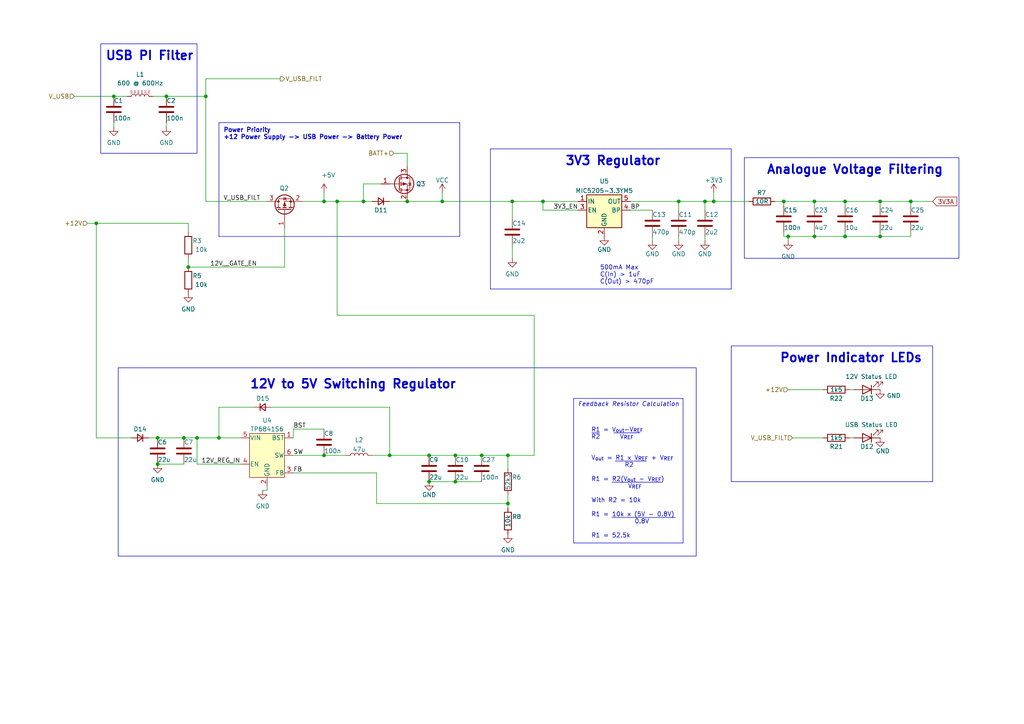
<source format=kicad_sch>
(kicad_sch (version 20230121) (generator eeschema)

  (uuid 59f92097-9407-4705-9162-52c59535ac4b)

  (paper "A4")

  (title_block
    (title "Power Switchcing")
    (rev "2")
    (company "Kane Stoboi")
  )

  (lib_symbols
    (symbol "Device:C" (pin_numbers hide) (pin_names (offset 0.254)) (in_bom yes) (on_board yes)
      (property "Reference" "C" (at 0.635 2.54 0)
        (effects (font (size 1.27 1.27)) (justify left))
      )
      (property "Value" "C" (at 0.635 -2.54 0)
        (effects (font (size 1.27 1.27)) (justify left))
      )
      (property "Footprint" "" (at 0.9652 -3.81 0)
        (effects (font (size 1.27 1.27)) hide)
      )
      (property "Datasheet" "~" (at 0 0 0)
        (effects (font (size 1.27 1.27)) hide)
      )
      (property "ki_keywords" "cap capacitor" (at 0 0 0)
        (effects (font (size 1.27 1.27)) hide)
      )
      (property "ki_description" "Unpolarized capacitor" (at 0 0 0)
        (effects (font (size 1.27 1.27)) hide)
      )
      (property "ki_fp_filters" "C_*" (at 0 0 0)
        (effects (font (size 1.27 1.27)) hide)
      )
      (symbol "C_0_1"
        (polyline
          (pts
            (xy -2.032 -0.762)
            (xy 2.032 -0.762)
          )
          (stroke (width 0.508) (type default))
          (fill (type none))
        )
        (polyline
          (pts
            (xy -2.032 0.762)
            (xy 2.032 0.762)
          )
          (stroke (width 0.508) (type default))
          (fill (type none))
        )
      )
      (symbol "C_1_1"
        (pin passive line (at 0 3.81 270) (length 2.794)
          (name "~" (effects (font (size 1.27 1.27))))
          (number "1" (effects (font (size 1.27 1.27))))
        )
        (pin passive line (at 0 -3.81 90) (length 2.794)
          (name "~" (effects (font (size 1.27 1.27))))
          (number "2" (effects (font (size 1.27 1.27))))
        )
      )
    )
    (symbol "Device:D_Small" (pin_numbers hide) (pin_names (offset 0.254) hide) (in_bom yes) (on_board yes)
      (property "Reference" "D" (at -1.27 2.032 0)
        (effects (font (size 1.27 1.27)) (justify left))
      )
      (property "Value" "D_Small" (at -3.81 -2.032 0)
        (effects (font (size 1.27 1.27)) (justify left))
      )
      (property "Footprint" "" (at 0 0 90)
        (effects (font (size 1.27 1.27)) hide)
      )
      (property "Datasheet" "~" (at 0 0 90)
        (effects (font (size 1.27 1.27)) hide)
      )
      (property "Sim.Device" "D" (at 0 0 0)
        (effects (font (size 1.27 1.27)) hide)
      )
      (property "Sim.Pins" "1=K 2=A" (at 0 0 0)
        (effects (font (size 1.27 1.27)) hide)
      )
      (property "ki_keywords" "diode" (at 0 0 0)
        (effects (font (size 1.27 1.27)) hide)
      )
      (property "ki_description" "Diode, small symbol" (at 0 0 0)
        (effects (font (size 1.27 1.27)) hide)
      )
      (property "ki_fp_filters" "TO-???* *_Diode_* *SingleDiode* D_*" (at 0 0 0)
        (effects (font (size 1.27 1.27)) hide)
      )
      (symbol "D_Small_0_1"
        (polyline
          (pts
            (xy -0.762 -1.016)
            (xy -0.762 1.016)
          )
          (stroke (width 0.254) (type default))
          (fill (type none))
        )
        (polyline
          (pts
            (xy -0.762 0)
            (xy 0.762 0)
          )
          (stroke (width 0) (type default))
          (fill (type none))
        )
        (polyline
          (pts
            (xy 0.762 -1.016)
            (xy -0.762 0)
            (xy 0.762 1.016)
            (xy 0.762 -1.016)
          )
          (stroke (width 0.254) (type default))
          (fill (type none))
        )
      )
      (symbol "D_Small_1_1"
        (pin passive line (at -2.54 0 0) (length 1.778)
          (name "K" (effects (font (size 1.27 1.27))))
          (number "1" (effects (font (size 1.27 1.27))))
        )
        (pin passive line (at 2.54 0 180) (length 1.778)
          (name "A" (effects (font (size 1.27 1.27))))
          (number "2" (effects (font (size 1.27 1.27))))
        )
      )
    )
    (symbol "Device:L" (pin_numbers hide) (pin_names (offset 1.016) hide) (in_bom yes) (on_board yes)
      (property "Reference" "L" (at -1.27 0 90)
        (effects (font (size 1.27 1.27)))
      )
      (property "Value" "L" (at 1.905 0 90)
        (effects (font (size 1.27 1.27)))
      )
      (property "Footprint" "" (at 0 0 0)
        (effects (font (size 1.27 1.27)) hide)
      )
      (property "Datasheet" "~" (at 0 0 0)
        (effects (font (size 1.27 1.27)) hide)
      )
      (property "ki_keywords" "inductor choke coil reactor magnetic" (at 0 0 0)
        (effects (font (size 1.27 1.27)) hide)
      )
      (property "ki_description" "Inductor" (at 0 0 0)
        (effects (font (size 1.27 1.27)) hide)
      )
      (property "ki_fp_filters" "Choke_* *Coil* Inductor_* L_*" (at 0 0 0)
        (effects (font (size 1.27 1.27)) hide)
      )
      (symbol "L_0_1"
        (arc (start 0 -2.54) (mid 0.6323 -1.905) (end 0 -1.27)
          (stroke (width 0) (type default))
          (fill (type none))
        )
        (arc (start 0 -1.27) (mid 0.6323 -0.635) (end 0 0)
          (stroke (width 0) (type default))
          (fill (type none))
        )
        (arc (start 0 0) (mid 0.6323 0.635) (end 0 1.27)
          (stroke (width 0) (type default))
          (fill (type none))
        )
        (arc (start 0 1.27) (mid 0.6323 1.905) (end 0 2.54)
          (stroke (width 0) (type default))
          (fill (type none))
        )
      )
      (symbol "L_1_1"
        (pin passive line (at 0 3.81 270) (length 1.27)
          (name "1" (effects (font (size 1.27 1.27))))
          (number "1" (effects (font (size 1.27 1.27))))
        )
        (pin passive line (at 0 -3.81 90) (length 1.27)
          (name "2" (effects (font (size 1.27 1.27))))
          (number "2" (effects (font (size 1.27 1.27))))
        )
      )
    )
    (symbol "Device:LED" (pin_numbers hide) (pin_names (offset 1.016) hide) (in_bom yes) (on_board yes)
      (property "Reference" "D" (at 0 2.54 0)
        (effects (font (size 1.27 1.27)))
      )
      (property "Value" "LED" (at 0 -2.54 0)
        (effects (font (size 1.27 1.27)))
      )
      (property "Footprint" "" (at 0 0 0)
        (effects (font (size 1.27 1.27)) hide)
      )
      (property "Datasheet" "~" (at 0 0 0)
        (effects (font (size 1.27 1.27)) hide)
      )
      (property "ki_keywords" "LED diode" (at 0 0 0)
        (effects (font (size 1.27 1.27)) hide)
      )
      (property "ki_description" "Light emitting diode" (at 0 0 0)
        (effects (font (size 1.27 1.27)) hide)
      )
      (property "ki_fp_filters" "LED* LED_SMD:* LED_THT:*" (at 0 0 0)
        (effects (font (size 1.27 1.27)) hide)
      )
      (symbol "LED_0_1"
        (polyline
          (pts
            (xy -1.27 -1.27)
            (xy -1.27 1.27)
          )
          (stroke (width 0.254) (type default))
          (fill (type none))
        )
        (polyline
          (pts
            (xy -1.27 0)
            (xy 1.27 0)
          )
          (stroke (width 0) (type default))
          (fill (type none))
        )
        (polyline
          (pts
            (xy 1.27 -1.27)
            (xy 1.27 1.27)
            (xy -1.27 0)
            (xy 1.27 -1.27)
          )
          (stroke (width 0.254) (type default))
          (fill (type none))
        )
        (polyline
          (pts
            (xy -3.048 -0.762)
            (xy -4.572 -2.286)
            (xy -3.81 -2.286)
            (xy -4.572 -2.286)
            (xy -4.572 -1.524)
          )
          (stroke (width 0) (type default))
          (fill (type none))
        )
        (polyline
          (pts
            (xy -1.778 -0.762)
            (xy -3.302 -2.286)
            (xy -2.54 -2.286)
            (xy -3.302 -2.286)
            (xy -3.302 -1.524)
          )
          (stroke (width 0) (type default))
          (fill (type none))
        )
      )
      (symbol "LED_1_1"
        (pin passive line (at -3.81 0 0) (length 2.54)
          (name "K" (effects (font (size 1.27 1.27))))
          (number "1" (effects (font (size 1.27 1.27))))
        )
        (pin passive line (at 3.81 0 180) (length 2.54)
          (name "A" (effects (font (size 1.27 1.27))))
          (number "2" (effects (font (size 1.27 1.27))))
        )
      )
    )
    (symbol "Device:L_Ferrite" (pin_numbers hide) (pin_names (offset 1.016) hide) (in_bom yes) (on_board yes)
      (property "Reference" "L" (at -1.27 0 90)
        (effects (font (size 1.27 1.27)))
      )
      (property "Value" "L_Ferrite" (at 2.794 0 90)
        (effects (font (size 1.27 1.27)))
      )
      (property "Footprint" "" (at 0 0 0)
        (effects (font (size 1.27 1.27)) hide)
      )
      (property "Datasheet" "~" (at 0 0 0)
        (effects (font (size 1.27 1.27)) hide)
      )
      (property "ki_keywords" "inductor choke coil reactor magnetic" (at 0 0 0)
        (effects (font (size 1.27 1.27)) hide)
      )
      (property "ki_description" "Inductor with ferrite core" (at 0 0 0)
        (effects (font (size 1.27 1.27)) hide)
      )
      (property "ki_fp_filters" "Choke_* *Coil* Inductor_* L_*" (at 0 0 0)
        (effects (font (size 1.27 1.27)) hide)
      )
      (symbol "L_Ferrite_0_1"
        (arc (start 0 -2.54) (mid 0.6323 -1.905) (end 0 -1.27)
          (stroke (width 0) (type default))
          (fill (type none))
        )
        (arc (start 0 -1.27) (mid 0.6323 -0.635) (end 0 0)
          (stroke (width 0) (type default))
          (fill (type none))
        )
        (polyline
          (pts
            (xy 1.016 -2.794)
            (xy 1.016 -2.286)
          )
          (stroke (width 0) (type default))
          (fill (type none))
        )
        (polyline
          (pts
            (xy 1.016 -1.778)
            (xy 1.016 -1.27)
          )
          (stroke (width 0) (type default))
          (fill (type none))
        )
        (polyline
          (pts
            (xy 1.016 -0.762)
            (xy 1.016 -0.254)
          )
          (stroke (width 0) (type default))
          (fill (type none))
        )
        (polyline
          (pts
            (xy 1.016 0.254)
            (xy 1.016 0.762)
          )
          (stroke (width 0) (type default))
          (fill (type none))
        )
        (polyline
          (pts
            (xy 1.016 1.27)
            (xy 1.016 1.778)
          )
          (stroke (width 0) (type default))
          (fill (type none))
        )
        (polyline
          (pts
            (xy 1.016 2.286)
            (xy 1.016 2.794)
          )
          (stroke (width 0) (type default))
          (fill (type none))
        )
        (polyline
          (pts
            (xy 1.524 -2.286)
            (xy 1.524 -2.794)
          )
          (stroke (width 0) (type default))
          (fill (type none))
        )
        (polyline
          (pts
            (xy 1.524 -1.27)
            (xy 1.524 -1.778)
          )
          (stroke (width 0) (type default))
          (fill (type none))
        )
        (polyline
          (pts
            (xy 1.524 -0.254)
            (xy 1.524 -0.762)
          )
          (stroke (width 0) (type default))
          (fill (type none))
        )
        (polyline
          (pts
            (xy 1.524 0.762)
            (xy 1.524 0.254)
          )
          (stroke (width 0) (type default))
          (fill (type none))
        )
        (polyline
          (pts
            (xy 1.524 1.778)
            (xy 1.524 1.27)
          )
          (stroke (width 0) (type default))
          (fill (type none))
        )
        (polyline
          (pts
            (xy 1.524 2.794)
            (xy 1.524 2.286)
          )
          (stroke (width 0) (type default))
          (fill (type none))
        )
        (arc (start 0 0) (mid 0.6323 0.635) (end 0 1.27)
          (stroke (width 0) (type default))
          (fill (type none))
        )
        (arc (start 0 1.27) (mid 0.6323 1.905) (end 0 2.54)
          (stroke (width 0) (type default))
          (fill (type none))
        )
      )
      (symbol "L_Ferrite_1_1"
        (pin passive line (at 0 3.81 270) (length 1.27)
          (name "1" (effects (font (size 1.27 1.27))))
          (number "1" (effects (font (size 1.27 1.27))))
        )
        (pin passive line (at 0 -3.81 90) (length 1.27)
          (name "2" (effects (font (size 1.27 1.27))))
          (number "2" (effects (font (size 1.27 1.27))))
        )
      )
    )
    (symbol "Device:Q_PMOS_GSD" (pin_names (offset 0) hide) (in_bom yes) (on_board yes)
      (property "Reference" "Q" (at 5.08 1.27 0)
        (effects (font (size 1.27 1.27)) (justify left))
      )
      (property "Value" "Q_PMOS_GSD" (at 5.08 -1.27 0)
        (effects (font (size 1.27 1.27)) (justify left))
      )
      (property "Footprint" "" (at 5.08 2.54 0)
        (effects (font (size 1.27 1.27)) hide)
      )
      (property "Datasheet" "~" (at 0 0 0)
        (effects (font (size 1.27 1.27)) hide)
      )
      (property "ki_keywords" "transistor PMOS P-MOS P-MOSFET" (at 0 0 0)
        (effects (font (size 1.27 1.27)) hide)
      )
      (property "ki_description" "P-MOSFET transistor, gate/source/drain" (at 0 0 0)
        (effects (font (size 1.27 1.27)) hide)
      )
      (symbol "Q_PMOS_GSD_0_1"
        (polyline
          (pts
            (xy 0.254 0)
            (xy -2.54 0)
          )
          (stroke (width 0) (type default))
          (fill (type none))
        )
        (polyline
          (pts
            (xy 0.254 1.905)
            (xy 0.254 -1.905)
          )
          (stroke (width 0.254) (type default))
          (fill (type none))
        )
        (polyline
          (pts
            (xy 0.762 -1.27)
            (xy 0.762 -2.286)
          )
          (stroke (width 0.254) (type default))
          (fill (type none))
        )
        (polyline
          (pts
            (xy 0.762 0.508)
            (xy 0.762 -0.508)
          )
          (stroke (width 0.254) (type default))
          (fill (type none))
        )
        (polyline
          (pts
            (xy 0.762 2.286)
            (xy 0.762 1.27)
          )
          (stroke (width 0.254) (type default))
          (fill (type none))
        )
        (polyline
          (pts
            (xy 2.54 2.54)
            (xy 2.54 1.778)
          )
          (stroke (width 0) (type default))
          (fill (type none))
        )
        (polyline
          (pts
            (xy 2.54 -2.54)
            (xy 2.54 0)
            (xy 0.762 0)
          )
          (stroke (width 0) (type default))
          (fill (type none))
        )
        (polyline
          (pts
            (xy 0.762 1.778)
            (xy 3.302 1.778)
            (xy 3.302 -1.778)
            (xy 0.762 -1.778)
          )
          (stroke (width 0) (type default))
          (fill (type none))
        )
        (polyline
          (pts
            (xy 2.286 0)
            (xy 1.27 0.381)
            (xy 1.27 -0.381)
            (xy 2.286 0)
          )
          (stroke (width 0) (type default))
          (fill (type outline))
        )
        (polyline
          (pts
            (xy 2.794 -0.508)
            (xy 2.921 -0.381)
            (xy 3.683 -0.381)
            (xy 3.81 -0.254)
          )
          (stroke (width 0) (type default))
          (fill (type none))
        )
        (polyline
          (pts
            (xy 3.302 -0.381)
            (xy 2.921 0.254)
            (xy 3.683 0.254)
            (xy 3.302 -0.381)
          )
          (stroke (width 0) (type default))
          (fill (type none))
        )
        (circle (center 1.651 0) (radius 2.794)
          (stroke (width 0.254) (type default))
          (fill (type none))
        )
        (circle (center 2.54 -1.778) (radius 0.254)
          (stroke (width 0) (type default))
          (fill (type outline))
        )
        (circle (center 2.54 1.778) (radius 0.254)
          (stroke (width 0) (type default))
          (fill (type outline))
        )
      )
      (symbol "Q_PMOS_GSD_1_1"
        (pin input line (at -5.08 0 0) (length 2.54)
          (name "G" (effects (font (size 1.27 1.27))))
          (number "1" (effects (font (size 1.27 1.27))))
        )
        (pin passive line (at 2.54 -5.08 90) (length 2.54)
          (name "S" (effects (font (size 1.27 1.27))))
          (number "2" (effects (font (size 1.27 1.27))))
        )
        (pin passive line (at 2.54 5.08 270) (length 2.54)
          (name "D" (effects (font (size 1.27 1.27))))
          (number "3" (effects (font (size 1.27 1.27))))
        )
      )
    )
    (symbol "Device:R" (pin_numbers hide) (pin_names (offset 0)) (in_bom yes) (on_board yes)
      (property "Reference" "R" (at 2.032 0 90)
        (effects (font (size 1.27 1.27)))
      )
      (property "Value" "R" (at 0 0 90)
        (effects (font (size 1.27 1.27)))
      )
      (property "Footprint" "" (at -1.778 0 90)
        (effects (font (size 1.27 1.27)) hide)
      )
      (property "Datasheet" "~" (at 0 0 0)
        (effects (font (size 1.27 1.27)) hide)
      )
      (property "ki_keywords" "R res resistor" (at 0 0 0)
        (effects (font (size 1.27 1.27)) hide)
      )
      (property "ki_description" "Resistor" (at 0 0 0)
        (effects (font (size 1.27 1.27)) hide)
      )
      (property "ki_fp_filters" "R_*" (at 0 0 0)
        (effects (font (size 1.27 1.27)) hide)
      )
      (symbol "R_0_1"
        (rectangle (start -1.016 -2.54) (end 1.016 2.54)
          (stroke (width 0.254) (type default))
          (fill (type none))
        )
      )
      (symbol "R_1_1"
        (pin passive line (at 0 3.81 270) (length 1.27)
          (name "~" (effects (font (size 1.27 1.27))))
          (number "1" (effects (font (size 1.27 1.27))))
        )
        (pin passive line (at 0 -3.81 90) (length 1.27)
          (name "~" (effects (font (size 1.27 1.27))))
          (number "2" (effects (font (size 1.27 1.27))))
        )
      )
    )
    (symbol "Regulator_Linear:MIC5205-3.3YM5" (pin_names (offset 0.254)) (in_bom yes) (on_board yes)
      (property "Reference" "U" (at -3.81 5.715 0)
        (effects (font (size 1.27 1.27)))
      )
      (property "Value" "MIC5205-3.3YM5" (at 0 5.715 0)
        (effects (font (size 1.27 1.27)) (justify left))
      )
      (property "Footprint" "Package_TO_SOT_SMD:SOT-23-5" (at 0 8.255 0)
        (effects (font (size 1.27 1.27)) hide)
      )
      (property "Datasheet" "http://ww1.microchip.com/downloads/en/DeviceDoc/20005785A.pdf" (at 0 0 0)
        (effects (font (size 1.27 1.27)) hide)
      )
      (property "ki_keywords" "150mA low-noise LDO linear voltage regulator fixed positive" (at 0 0 0)
        (effects (font (size 1.27 1.27)) hide)
      )
      (property "ki_description" "150mA low dropout linear regulator, fixed 3.3V output, SOT-23-5" (at 0 0 0)
        (effects (font (size 1.27 1.27)) hide)
      )
      (property "ki_fp_filters" "SOT?23*" (at 0 0 0)
        (effects (font (size 1.27 1.27)) hide)
      )
      (symbol "MIC5205-3.3YM5_0_1"
        (rectangle (start -5.08 4.445) (end 5.08 -5.08)
          (stroke (width 0.254) (type default))
          (fill (type background))
        )
      )
      (symbol "MIC5205-3.3YM5_1_1"
        (pin power_in line (at -7.62 2.54 0) (length 2.54)
          (name "IN" (effects (font (size 1.27 1.27))))
          (number "1" (effects (font (size 1.27 1.27))))
        )
        (pin power_in line (at 0 -7.62 90) (length 2.54)
          (name "GND" (effects (font (size 1.27 1.27))))
          (number "2" (effects (font (size 1.27 1.27))))
        )
        (pin input line (at -7.62 0 0) (length 2.54)
          (name "EN" (effects (font (size 1.27 1.27))))
          (number "3" (effects (font (size 1.27 1.27))))
        )
        (pin input line (at 7.62 0 180) (length 2.54)
          (name "BP" (effects (font (size 1.27 1.27))))
          (number "4" (effects (font (size 1.27 1.27))))
        )
        (pin power_out line (at 7.62 2.54 180) (length 2.54)
          (name "OUT" (effects (font (size 1.27 1.27))))
          (number "5" (effects (font (size 1.27 1.27))))
        )
      )
    )
    (symbol "Symbols:TP6841S6" (pin_names (offset 0.1)) (in_bom yes) (on_board yes)
      (property "Reference" "U" (at -3.81 -10.16 0)
        (effects (font (size 1.27 1.27)))
      )
      (property "Value" "TP6841S6" (at 0 5.08 0)
        (effects (font (size 1.27 1.27)))
      )
      (property "Footprint" "" (at 0 0 0)
        (effects (font (size 1.27 1.27)) hide)
      )
      (property "Datasheet" "" (at 0 0 0)
        (effects (font (size 1.27 1.27)) hide)
      )
      (symbol "TP6841S6_0_1"
        (rectangle (start -5.08 3.81) (end 5.08 -8.89)
          (stroke (width 0) (type default))
          (fill (type background))
        )
      )
      (symbol "TP6841S6_1_1"
        (pin input line (at 7.62 2.54 180) (length 2.54)
          (name "BST" (effects (font (size 1.27 1.27))))
          (number "1" (effects (font (size 1.27 1.27))))
        )
        (pin input line (at 0 -11.43 90) (length 2.54)
          (name "GND" (effects (font (size 1.27 1.27))))
          (number "2" (effects (font (size 1.27 1.27))))
        )
        (pin input line (at 7.62 -7.62 180) (length 2.54)
          (name "FB" (effects (font (size 1.27 1.27))))
          (number "3" (effects (font (size 1.27 1.27))))
        )
        (pin input line (at -7.62 -5.08 0) (length 2.54)
          (name "EN" (effects (font (size 1.27 1.27))))
          (number "4" (effects (font (size 1.27 1.27))))
        )
        (pin power_in line (at -7.62 2.54 0) (length 2.54)
          (name "VIN" (effects (font (size 1.27 1.27))))
          (number "5" (effects (font (size 1.27 1.27))))
        )
        (pin output line (at 7.62 -2.54 180) (length 2.54)
          (name "SW" (effects (font (size 1.27 1.27))))
          (number "6" (effects (font (size 1.27 1.27))))
        )
      )
    )
    (symbol "power:+3V3" (power) (pin_names (offset 0)) (in_bom yes) (on_board yes)
      (property "Reference" "#PWR" (at 0 -3.81 0)
        (effects (font (size 1.27 1.27)) hide)
      )
      (property "Value" "+3V3" (at 0 3.556 0)
        (effects (font (size 1.27 1.27)))
      )
      (property "Footprint" "" (at 0 0 0)
        (effects (font (size 1.27 1.27)) hide)
      )
      (property "Datasheet" "" (at 0 0 0)
        (effects (font (size 1.27 1.27)) hide)
      )
      (property "ki_keywords" "global power" (at 0 0 0)
        (effects (font (size 1.27 1.27)) hide)
      )
      (property "ki_description" "Power symbol creates a global label with name \"+3V3\"" (at 0 0 0)
        (effects (font (size 1.27 1.27)) hide)
      )
      (symbol "+3V3_0_1"
        (polyline
          (pts
            (xy -0.762 1.27)
            (xy 0 2.54)
          )
          (stroke (width 0) (type default))
          (fill (type none))
        )
        (polyline
          (pts
            (xy 0 0)
            (xy 0 2.54)
          )
          (stroke (width 0) (type default))
          (fill (type none))
        )
        (polyline
          (pts
            (xy 0 2.54)
            (xy 0.762 1.27)
          )
          (stroke (width 0) (type default))
          (fill (type none))
        )
      )
      (symbol "+3V3_1_1"
        (pin power_in line (at 0 0 90) (length 0) hide
          (name "+3V3" (effects (font (size 1.27 1.27))))
          (number "1" (effects (font (size 1.27 1.27))))
        )
      )
    )
    (symbol "power:+5V" (power) (pin_names (offset 0)) (in_bom yes) (on_board yes)
      (property "Reference" "#PWR" (at 0 -3.81 0)
        (effects (font (size 1.27 1.27)) hide)
      )
      (property "Value" "+5V" (at 0 3.556 0)
        (effects (font (size 1.27 1.27)))
      )
      (property "Footprint" "" (at 0 0 0)
        (effects (font (size 1.27 1.27)) hide)
      )
      (property "Datasheet" "" (at 0 0 0)
        (effects (font (size 1.27 1.27)) hide)
      )
      (property "ki_keywords" "global power" (at 0 0 0)
        (effects (font (size 1.27 1.27)) hide)
      )
      (property "ki_description" "Power symbol creates a global label with name \"+5V\"" (at 0 0 0)
        (effects (font (size 1.27 1.27)) hide)
      )
      (symbol "+5V_0_1"
        (polyline
          (pts
            (xy -0.762 1.27)
            (xy 0 2.54)
          )
          (stroke (width 0) (type default))
          (fill (type none))
        )
        (polyline
          (pts
            (xy 0 0)
            (xy 0 2.54)
          )
          (stroke (width 0) (type default))
          (fill (type none))
        )
        (polyline
          (pts
            (xy 0 2.54)
            (xy 0.762 1.27)
          )
          (stroke (width 0) (type default))
          (fill (type none))
        )
      )
      (symbol "+5V_1_1"
        (pin power_in line (at 0 0 90) (length 0) hide
          (name "+5V" (effects (font (size 1.27 1.27))))
          (number "1" (effects (font (size 1.27 1.27))))
        )
      )
    )
    (symbol "power:GND" (power) (pin_names (offset 0)) (in_bom yes) (on_board yes)
      (property "Reference" "#PWR" (at 0 -6.35 0)
        (effects (font (size 1.27 1.27)) hide)
      )
      (property "Value" "GND" (at 0 -3.81 0)
        (effects (font (size 1.27 1.27)))
      )
      (property "Footprint" "" (at 0 0 0)
        (effects (font (size 1.27 1.27)) hide)
      )
      (property "Datasheet" "" (at 0 0 0)
        (effects (font (size 1.27 1.27)) hide)
      )
      (property "ki_keywords" "global power" (at 0 0 0)
        (effects (font (size 1.27 1.27)) hide)
      )
      (property "ki_description" "Power symbol creates a global label with name \"GND\" , ground" (at 0 0 0)
        (effects (font (size 1.27 1.27)) hide)
      )
      (symbol "GND_0_1"
        (polyline
          (pts
            (xy 0 0)
            (xy 0 -1.27)
            (xy 1.27 -1.27)
            (xy 0 -2.54)
            (xy -1.27 -1.27)
            (xy 0 -1.27)
          )
          (stroke (width 0) (type default))
          (fill (type none))
        )
      )
      (symbol "GND_1_1"
        (pin power_in line (at 0 0 270) (length 0) hide
          (name "GND" (effects (font (size 1.27 1.27))))
          (number "1" (effects (font (size 1.27 1.27))))
        )
      )
    )
    (symbol "power:VCC" (power) (pin_names (offset 0)) (in_bom yes) (on_board yes)
      (property "Reference" "#PWR" (at 0 -3.81 0)
        (effects (font (size 1.27 1.27)) hide)
      )
      (property "Value" "VCC" (at 0 3.81 0)
        (effects (font (size 1.27 1.27)))
      )
      (property "Footprint" "" (at 0 0 0)
        (effects (font (size 1.27 1.27)) hide)
      )
      (property "Datasheet" "" (at 0 0 0)
        (effects (font (size 1.27 1.27)) hide)
      )
      (property "ki_keywords" "global power" (at 0 0 0)
        (effects (font (size 1.27 1.27)) hide)
      )
      (property "ki_description" "Power symbol creates a global label with name \"VCC\"" (at 0 0 0)
        (effects (font (size 1.27 1.27)) hide)
      )
      (symbol "VCC_0_1"
        (polyline
          (pts
            (xy -0.762 1.27)
            (xy 0 2.54)
          )
          (stroke (width 0) (type default))
          (fill (type none))
        )
        (polyline
          (pts
            (xy 0 0)
            (xy 0 2.54)
          )
          (stroke (width 0) (type default))
          (fill (type none))
        )
        (polyline
          (pts
            (xy 0 2.54)
            (xy 0.762 1.27)
          )
          (stroke (width 0) (type default))
          (fill (type none))
        )
      )
      (symbol "VCC_1_1"
        (pin power_in line (at 0 0 90) (length 0) hide
          (name "VCC" (effects (font (size 1.27 1.27))))
          (number "1" (effects (font (size 1.27 1.27))))
        )
      )
    )
  )

  (junction (at 63.5 127) (diameter 0) (color 0 0 0 0)
    (uuid 0913dd63-3714-4ab2-97d2-ec490e839f24)
  )
  (junction (at 57.15 127) (diameter 0) (color 0 0 0 0)
    (uuid 091cf0b2-9726-4ee8-acd4-85008dfc1fed)
  )
  (junction (at 128.27 58.42) (diameter 0) (color 0 0 0 0)
    (uuid 0ed71c99-70a5-4d7b-9d46-01d0f907d05c)
  )
  (junction (at 113.03 132.08) (diameter 0) (color 0 0 0 0)
    (uuid 16b63d8b-e411-4e70-86a6-2dc823ef9af2)
  )
  (junction (at 228.6 68.58) (diameter 0) (color 0 0 0 0)
    (uuid 1db07461-eafb-4999-a43a-2b99890a3a1e)
  )
  (junction (at 196.85 58.42) (diameter 0) (color 0 0 0 0)
    (uuid 1f27a22a-1c2a-4a4b-b9e4-5d1fa80832dd)
  )
  (junction (at 236.22 68.58) (diameter 0) (color 0 0 0 0)
    (uuid 22e5169f-2e0c-4514-b876-3e14a2aa38bc)
  )
  (junction (at 264.16 58.42) (diameter 0) (color 0 0 0 0)
    (uuid 28ad7621-a6f3-4ad0-8386-a2246075bb2b)
  )
  (junction (at 132.08 139.7) (diameter 0) (color 0 0 0 0)
    (uuid 2d31b84a-2b88-477b-ae91-b18efa786386)
  )
  (junction (at 93.98 132.08) (diameter 0) (color 0 0 0 0)
    (uuid 3eb32f53-8bc1-4479-a86a-13ae3ee57b8b)
  )
  (junction (at 45.72 127) (diameter 0) (color 0 0 0 0)
    (uuid 42153806-ddf5-4136-b97d-5a45887b37a6)
  )
  (junction (at 45.72 134.62) (diameter 0) (color 0 0 0 0)
    (uuid 4d7f4aca-1314-49cc-bbd9-0b2b41aedef4)
  )
  (junction (at 53.34 127) (diameter 0) (color 0 0 0 0)
    (uuid 542ee501-0e7d-447d-9ae5-cecce2936330)
  )
  (junction (at 207.01 58.42) (diameter 0) (color 0 0 0 0)
    (uuid 55436a2c-a9eb-4b98-8111-c05ae4d913d5)
  )
  (junction (at 97.79 58.42) (diameter 0) (color 0 0 0 0)
    (uuid 6462aaf6-fb91-49cf-b911-2865aa951ec9)
  )
  (junction (at 204.47 58.42) (diameter 0) (color 0 0 0 0)
    (uuid 6b4f84e8-02b2-4747-acfc-433b6995e4c6)
  )
  (junction (at 132.08 132.08) (diameter 0) (color 0 0 0 0)
    (uuid 727ba630-c850-443a-958b-a67ec3da0a03)
  )
  (junction (at 139.7 132.08) (diameter 0) (color 0 0 0 0)
    (uuid 73110378-40d8-4e0b-ba1c-ba49c93814d1)
  )
  (junction (at 59.69 27.94) (diameter 0) (color 0 0 0 0)
    (uuid 81e8f17a-4160-41a3-a962-324e751b6e2d)
  )
  (junction (at 245.11 68.58) (diameter 0) (color 0 0 0 0)
    (uuid 92924ac0-6077-44f8-9278-28c677f7ca95)
  )
  (junction (at 255.27 58.42) (diameter 0) (color 0 0 0 0)
    (uuid 93b8e97a-b70b-4858-9419-17f3ea54ce14)
  )
  (junction (at 147.32 146.05) (diameter 0) (color 0 0 0 0)
    (uuid 93db6df5-f791-43b1-ac25-bf9f04634bb3)
  )
  (junction (at 118.11 58.42) (diameter 0) (color 0 0 0 0)
    (uuid 9bf426a9-f2ff-4c5f-8981-52b52784db96)
  )
  (junction (at 157.48 58.42) (diameter 0) (color 0 0 0 0)
    (uuid 9f6dc603-808e-42ef-bf0a-d7e82c589930)
  )
  (junction (at 227.33 58.42) (diameter 0) (color 0 0 0 0)
    (uuid ab86beed-7400-47c8-b523-b12a33e3c600)
  )
  (junction (at 48.26 27.94) (diameter 0) (color 0 0 0 0)
    (uuid b6fcf6d5-ad2b-46f1-8e3a-65c041de7dc4)
  )
  (junction (at 255.27 68.58) (diameter 0) (color 0 0 0 0)
    (uuid b82d5f61-b96a-40d1-8ebc-f56868eb7984)
  )
  (junction (at 148.59 58.42) (diameter 0) (color 0 0 0 0)
    (uuid c0f66fba-20ed-43be-8cdf-d975316d134c)
  )
  (junction (at 33.02 27.94) (diameter 0) (color 0 0 0 0)
    (uuid c3bd558b-1602-495a-a060-cb5b3708ebd4)
  )
  (junction (at 124.46 139.7) (diameter 0) (color 0 0 0 0)
    (uuid c865c65e-66c2-493b-81c4-c26365fdabbb)
  )
  (junction (at 236.22 58.42) (diameter 0) (color 0 0 0 0)
    (uuid d0bc67e4-3d86-4c4c-be08-3066154b2e2e)
  )
  (junction (at 93.98 58.42) (diameter 0) (color 0 0 0 0)
    (uuid d0d096c6-48e4-4a51-bf6b-13673b181c08)
  )
  (junction (at 105.41 58.42) (diameter 0) (color 0 0 0 0)
    (uuid d3151cc0-b6bb-4b7a-9901-d84bc5b1e5d8)
  )
  (junction (at 245.11 58.42) (diameter 0) (color 0 0 0 0)
    (uuid db89cc6b-4409-4c99-bed9-2766cf93a8db)
  )
  (junction (at 54.61 77.47) (diameter 0) (color 0 0 0 0)
    (uuid e62dd125-069c-44c9-bf56-2ffb9a98ca0b)
  )
  (junction (at 27.94 64.77) (diameter 0) (color 0 0 0 0)
    (uuid e6e4200e-ee60-4adf-b146-f8f5cb9a172c)
  )
  (junction (at 124.46 132.08) (diameter 0) (color 0 0 0 0)
    (uuid efc094aa-d746-42ff-9735-51d406793521)
  )
  (junction (at 147.32 132.08) (diameter 0) (color 0 0 0 0)
    (uuid fd60f4c6-c036-4aeb-a8b3-c46b9fcbc232)
  )

  (wire (pts (xy 93.98 132.08) (xy 100.33 132.08))
    (stroke (width 0) (type default))
    (uuid 03c9e279-35ec-4021-8cb1-30b19a03f921)
  )
  (wire (pts (xy 236.22 67.31) (xy 236.22 68.58))
    (stroke (width 0) (type default))
    (uuid 0429c46b-c43d-4e32-b98b-e02a26aeaf48)
  )
  (wire (pts (xy 157.48 58.42) (xy 167.64 58.42))
    (stroke (width 0) (type default))
    (uuid 04439855-2b8a-4b75-9642-0e334e5be2ad)
  )
  (wire (pts (xy 255.27 58.42) (xy 264.16 58.42))
    (stroke (width 0) (type default))
    (uuid 04738d9f-18ac-4295-a897-2100649a4163)
  )
  (wire (pts (xy 207.01 58.42) (xy 217.17 58.42))
    (stroke (width 0) (type default))
    (uuid 05092ca2-e32f-46aa-8097-d7ad2d547d71)
  )
  (wire (pts (xy 81.28 22.86) (xy 59.69 22.86))
    (stroke (width 0) (type default))
    (uuid 05fb01e8-0bda-41c8-973c-d6f769a3441d)
  )
  (wire (pts (xy 147.32 135.89) (xy 147.32 132.08))
    (stroke (width 0) (type default))
    (uuid 088d35b6-2f96-4b4d-9097-a06584ca7417)
  )
  (polyline (pts (xy 142.24 43.18) (xy 212.09 43.18))
    (stroke (width 0) (type default))
    (uuid 0d27ab00-cd8e-43ac-8e7f-17423270c342)
  )

  (wire (pts (xy 97.79 91.44) (xy 97.79 58.42))
    (stroke (width 0) (type default))
    (uuid 155862b9-28b4-4b28-8dc4-7888c30824b3)
  )
  (polyline (pts (xy 133.35 35.56) (xy 133.35 68.58))
    (stroke (width 0) (type default))
    (uuid 156f4539-125b-4eab-b19a-c0731f335515)
  )

  (wire (pts (xy 110.49 53.34) (xy 105.41 53.34))
    (stroke (width 0) (type default))
    (uuid 17159a9d-febf-4c1b-a57f-28b525f6a807)
  )
  (wire (pts (xy 128.27 58.42) (xy 128.27 55.88))
    (stroke (width 0) (type default))
    (uuid 17527b6f-7283-4297-bd0a-3040c3bdcdeb)
  )
  (polyline (pts (xy 166.37 115.57) (xy 166.37 157.48))
    (stroke (width 0) (type default))
    (uuid 1a8c0a1a-4831-4f24-86d6-10d3c254263a)
  )

  (wire (pts (xy 59.69 27.94) (xy 59.69 58.42))
    (stroke (width 0) (type default))
    (uuid 1aa9a09c-fcaf-42bd-b24c-5dae4684435a)
  )
  (wire (pts (xy 43.18 127) (xy 45.72 127))
    (stroke (width 0) (type default))
    (uuid 1c097b63-0081-43b2-9dd0-bb25f96500b2)
  )
  (wire (pts (xy 113.03 118.11) (xy 113.03 132.08))
    (stroke (width 0) (type default))
    (uuid 1d2785e5-e704-4cb0-a37e-33a36e9c6a14)
  )
  (wire (pts (xy 59.69 22.86) (xy 59.69 27.94))
    (stroke (width 0) (type default))
    (uuid 1d6df04e-86c7-4d8a-b514-3f6b7511c2a6)
  )
  (wire (pts (xy 107.95 132.08) (xy 113.03 132.08))
    (stroke (width 0) (type default))
    (uuid 2589c9ee-9a81-4d47-8b27-b8101a4bd8c0)
  )
  (wire (pts (xy 238.76 113.03) (xy 228.6 113.03))
    (stroke (width 0) (type default))
    (uuid 2c6d58b8-1c0d-4156-a404-2c2e8db3b99a)
  )
  (wire (pts (xy 57.15 127) (xy 63.5 127))
    (stroke (width 0) (type default))
    (uuid 2e2cba16-dc81-43f3-b268-cafe7d36f513)
  )
  (wire (pts (xy 246.38 113.03) (xy 247.65 113.03))
    (stroke (width 0) (type default))
    (uuid 321f6089-a2af-44b6-a668-2b3faa1b6ad5)
  )
  (wire (pts (xy 93.98 58.42) (xy 97.79 58.42))
    (stroke (width 0) (type default))
    (uuid 3310604a-b912-4323-bd1d-0ca99e31bd1b)
  )
  (wire (pts (xy 255.27 58.42) (xy 255.27 59.69))
    (stroke (width 0) (type default))
    (uuid 3383c9c1-41f0-4bbb-9fb8-0ddeaa256a68)
  )
  (wire (pts (xy 147.32 143.51) (xy 147.32 146.05))
    (stroke (width 0) (type default))
    (uuid 339c981a-54cd-4de9-9daf-ac2730922484)
  )
  (wire (pts (xy 105.41 53.34) (xy 105.41 58.42))
    (stroke (width 0) (type default))
    (uuid 33dc218a-f782-4767-91f4-46c2e27358b4)
  )
  (polyline (pts (xy 212.09 83.82) (xy 142.24 83.82))
    (stroke (width 0) (type default))
    (uuid 3718eccc-d7e5-4ce5-878e-b539cc316550)
  )
  (polyline (pts (xy 34.29 106.68) (xy 201.93 106.68))
    (stroke (width 0) (type default))
    (uuid 38451870-5c06-46d0-9e9c-fc30fc4257b1)
  )

  (wire (pts (xy 57.15 127) (xy 57.15 134.62))
    (stroke (width 0) (type default))
    (uuid 38727b32-610a-4f6e-83f1-82e8748a48b5)
  )
  (wire (pts (xy 54.61 77.47) (xy 82.55 77.47))
    (stroke (width 0) (type default))
    (uuid 3aa1069d-ed65-4d78-82be-931c5da70e06)
  )
  (polyline (pts (xy 198.12 115.57) (xy 198.12 157.48))
    (stroke (width 0) (type default))
    (uuid 3bf59d49-dc67-41eb-a73d-3ae7f567dde9)
  )

  (wire (pts (xy 113.03 58.42) (xy 118.11 58.42))
    (stroke (width 0) (type default))
    (uuid 3d3e9e0b-5c9c-4699-8d94-a93d93f64e70)
  )
  (wire (pts (xy 93.98 55.88) (xy 93.98 58.42))
    (stroke (width 0) (type default))
    (uuid 3d756e43-3fc3-4b9c-a948-845c00d8e309)
  )
  (wire (pts (xy 54.61 64.77) (xy 54.61 67.31))
    (stroke (width 0) (type default))
    (uuid 4086a192-00f0-4d9c-80ad-57a9fe5738a4)
  )
  (polyline (pts (xy 215.9 74.93) (xy 278.13 74.93))
    (stroke (width 0) (type default))
    (uuid 41dae153-02b7-4294-890f-8bee99819736)
  )
  (polyline (pts (xy 201.93 161.29) (xy 34.29 161.29))
    (stroke (width 0) (type default))
    (uuid 463e4b60-a39e-4e4d-a23c-d16a7bf620c5)
  )

  (wire (pts (xy 21.59 27.94) (xy 33.02 27.94))
    (stroke (width 0) (type default))
    (uuid 467ec446-624c-4d1e-9e34-c02defb394de)
  )
  (polyline (pts (xy 201.93 106.68) (xy 201.93 161.29))
    (stroke (width 0) (type default))
    (uuid 47b850f3-697f-4748-9cac-0002847947f9)
  )

  (wire (pts (xy 132.08 139.7) (xy 139.7 139.7))
    (stroke (width 0) (type default))
    (uuid 4814bb50-24df-4d2e-a059-5ddcbc8bf37f)
  )
  (wire (pts (xy 227.33 67.31) (xy 227.33 68.58))
    (stroke (width 0) (type default))
    (uuid 48c09604-ba19-4604-baf8-1bb086ceeb96)
  )
  (wire (pts (xy 44.45 27.94) (xy 48.26 27.94))
    (stroke (width 0) (type default))
    (uuid 4a213c2c-1e17-4ce2-9940-b27f96b93abf)
  )
  (wire (pts (xy 59.69 58.42) (xy 77.47 58.42))
    (stroke (width 0) (type default))
    (uuid 4c803de2-25f0-4a5f-b93b-a6f3324e8d53)
  )
  (wire (pts (xy 114.3 44.45) (xy 118.11 44.45))
    (stroke (width 0) (type default))
    (uuid 4f51ef97-50d8-4615-ab84-15892a1e1896)
  )
  (wire (pts (xy 85.09 127) (xy 85.09 124.46))
    (stroke (width 0) (type default))
    (uuid 516c126c-f2eb-4b30-a913-454aa62dbed0)
  )
  (polyline (pts (xy 133.35 68.58) (xy 63.5 68.58))
    (stroke (width 0) (type default))
    (uuid 52d3ad18-09f6-45a5-b4c6-e0b281d8fbe8)
  )

  (wire (pts (xy 78.74 118.11) (xy 113.03 118.11))
    (stroke (width 0) (type default))
    (uuid 55c1009c-a300-40b1-be4d-eada1a4ff057)
  )
  (polyline (pts (xy 212.09 43.18) (xy 212.09 83.82))
    (stroke (width 0) (type default))
    (uuid 56e3a43e-7b64-4235-b141-4cbb80004212)
  )

  (wire (pts (xy 154.94 91.44) (xy 154.94 132.08))
    (stroke (width 0) (type default))
    (uuid 57c97b01-30fb-497a-97b8-8ee88b0077d8)
  )
  (polyline (pts (xy 278.13 74.93) (xy 278.13 45.72))
    (stroke (width 0) (type default))
    (uuid 58608343-de88-4259-92d1-55dd26a8c181)
  )

  (wire (pts (xy 109.22 146.05) (xy 147.32 146.05))
    (stroke (width 0) (type default))
    (uuid 5ad5c881-fc05-47e8-8012-3234feab1ade)
  )
  (wire (pts (xy 128.27 58.42) (xy 148.59 58.42))
    (stroke (width 0) (type default))
    (uuid 612c8a8b-bfbd-433e-8246-fc79058c7a0d)
  )
  (wire (pts (xy 148.59 58.42) (xy 157.48 58.42))
    (stroke (width 0) (type default))
    (uuid 6335d88c-8552-4a53-9a4c-27480dea1038)
  )
  (wire (pts (xy 53.34 127) (xy 57.15 127))
    (stroke (width 0) (type default))
    (uuid 64f7d409-903e-424a-9f78-4765494e85cf)
  )
  (wire (pts (xy 124.46 132.08) (xy 132.08 132.08))
    (stroke (width 0) (type default))
    (uuid 6a5c85a2-d387-435a-8160-53d7fe16bb86)
  )
  (wire (pts (xy 207.01 55.88) (xy 207.01 58.42))
    (stroke (width 0) (type default))
    (uuid 6aad6010-8d93-4599-a4e6-42019fe354d0)
  )
  (wire (pts (xy 63.5 127) (xy 69.85 127))
    (stroke (width 0) (type default))
    (uuid 6d564ede-1394-4052-9134-15956e740061)
  )
  (wire (pts (xy 189.23 60.96) (xy 182.88 60.96))
    (stroke (width 0) (type default))
    (uuid 744a6069-867e-436e-8349-423e82b6e466)
  )
  (polyline (pts (xy 215.9 45.72) (xy 278.13 45.72))
    (stroke (width 0) (type default))
    (uuid 744af313-1383-4114-b5e4-820e7a14b519)
  )

  (wire (pts (xy 82.55 66.04) (xy 82.55 77.47))
    (stroke (width 0) (type default))
    (uuid 7673da66-36b1-4464-a560-b0b9ec6da003)
  )
  (wire (pts (xy 77.47 142.24) (xy 76.2 142.24))
    (stroke (width 0) (type default))
    (uuid 787f1b8e-aa1d-43b9-ab64-d9f4dae33e85)
  )
  (wire (pts (xy 85.09 124.46) (xy 93.98 124.46))
    (stroke (width 0) (type default))
    (uuid 7d6f921c-5f4f-4dd3-8aa8-3eae746fad84)
  )
  (wire (pts (xy 264.16 58.42) (xy 264.16 59.69))
    (stroke (width 0) (type default))
    (uuid 7dc57003-5b01-47e6-b201-afec0a9a5279)
  )
  (wire (pts (xy 204.47 58.42) (xy 204.47 60.96))
    (stroke (width 0) (type default))
    (uuid 7e1ff917-18bf-47f9-bdfa-a92fdcf2bb1c)
  )
  (wire (pts (xy 245.11 58.42) (xy 245.11 59.69))
    (stroke (width 0) (type default))
    (uuid 8089762a-dfc6-4659-95ee-fb3243f64ba3)
  )
  (wire (pts (xy 27.94 64.77) (xy 54.61 64.77))
    (stroke (width 0) (type default))
    (uuid 812ed093-9a17-42b8-9009-069595c9334e)
  )
  (wire (pts (xy 45.72 134.62) (xy 53.34 134.62))
    (stroke (width 0) (type default))
    (uuid 82d416da-5498-474f-95d1-5856d074b99d)
  )
  (wire (pts (xy 224.79 58.42) (xy 227.33 58.42))
    (stroke (width 0) (type default))
    (uuid 852648b3-1f48-43e6-9690-e7e7206f3b86)
  )
  (wire (pts (xy 139.7 132.08) (xy 147.32 132.08))
    (stroke (width 0) (type default))
    (uuid 86ef79ad-9655-4d87-82f8-ae07b43d74e1)
  )
  (wire (pts (xy 157.48 60.96) (xy 157.48 58.42))
    (stroke (width 0) (type default))
    (uuid 878017ca-e54a-4b83-a253-9f2c928b42b5)
  )
  (polyline (pts (xy 166.37 115.57) (xy 198.12 115.57))
    (stroke (width 0) (type default))
    (uuid 88fe3965-5282-43f8-aba1-2d7974c843ae)
  )

  (wire (pts (xy 204.47 68.58) (xy 204.47 69.85))
    (stroke (width 0) (type default))
    (uuid 891085c7-47d0-4ad8-9d12-712126b1f97d)
  )
  (wire (pts (xy 229.87 127) (xy 238.76 127))
    (stroke (width 0) (type default))
    (uuid 8dd39e4c-77dd-4635-bf4e-cc8da14698ff)
  )
  (wire (pts (xy 227.33 58.42) (xy 236.22 58.42))
    (stroke (width 0) (type default))
    (uuid 8ddbca2e-87b8-4689-a509-94d4e330c43a)
  )
  (wire (pts (xy 196.85 68.58) (xy 196.85 69.85))
    (stroke (width 0) (type default))
    (uuid 8de65911-9bbb-45af-8ea8-6fd4e9c1a057)
  )
  (wire (pts (xy 118.11 58.42) (xy 128.27 58.42))
    (stroke (width 0) (type default))
    (uuid 8eac1d74-24b1-4c3a-ad0f-c74f89f40996)
  )
  (wire (pts (xy 189.23 68.58) (xy 189.23 69.85))
    (stroke (width 0) (type default))
    (uuid 8fea68af-0e16-4ed2-b3f2-ef369f4d1722)
  )
  (wire (pts (xy 48.26 27.94) (xy 59.69 27.94))
    (stroke (width 0) (type default))
    (uuid 92134478-aff5-4ed6-ba31-b7a4f8693a00)
  )
  (wire (pts (xy 97.79 58.42) (xy 105.41 58.42))
    (stroke (width 0) (type default))
    (uuid 92577d10-5dae-46b3-85e2-af0484dbb493)
  )
  (wire (pts (xy 45.72 127) (xy 53.34 127))
    (stroke (width 0) (type default))
    (uuid 92b36ce0-cb12-42c7-bc15-5d3a5556bf24)
  )
  (wire (pts (xy 124.46 139.7) (xy 132.08 139.7))
    (stroke (width 0) (type default))
    (uuid 92ffbd3b-6ed7-4454-b159-149de8cfa41e)
  )
  (polyline (pts (xy 198.12 157.48) (xy 166.37 157.48))
    (stroke (width 0) (type default))
    (uuid 94822190-f2e5-4933-9ab9-d66df8a7118b)
  )

  (wire (pts (xy 148.59 71.12) (xy 148.59 74.93))
    (stroke (width 0) (type default))
    (uuid 95d39cbc-23bc-4345-9ae5-fb3b6837aeff)
  )
  (wire (pts (xy 77.47 142.24) (xy 77.47 140.97))
    (stroke (width 0) (type default))
    (uuid 97fedf1e-c886-4a0e-9856-3bef29e7842c)
  )
  (wire (pts (xy 147.32 132.08) (xy 154.94 132.08))
    (stroke (width 0) (type default))
    (uuid 99f6522d-640a-4dc8-a9a1-477d31d27690)
  )
  (wire (pts (xy 27.94 127) (xy 38.1 127))
    (stroke (width 0) (type default))
    (uuid 9b47a77f-afcb-4cda-9a32-ca82898a3c6f)
  )
  (wire (pts (xy 264.16 67.31) (xy 264.16 68.58))
    (stroke (width 0) (type default))
    (uuid a14382f0-d05c-4783-b5fe-73a2658b032d)
  )
  (wire (pts (xy 113.03 132.08) (xy 124.46 132.08))
    (stroke (width 0) (type default))
    (uuid a26f521a-707c-4fe0-8175-eeac4a8857a7)
  )
  (wire (pts (xy 73.66 118.11) (xy 63.5 118.11))
    (stroke (width 0) (type default))
    (uuid a7580777-5238-44ea-b7f2-c69356e55386)
  )
  (wire (pts (xy 147.32 146.05) (xy 147.32 147.32))
    (stroke (width 0) (type default))
    (uuid a8324b50-99eb-47e4-9504-f007cf9c118a)
  )
  (wire (pts (xy 87.63 58.42) (xy 93.98 58.42))
    (stroke (width 0) (type default))
    (uuid a9b4408e-6858-4c68-b32c-e798901bb9b0)
  )
  (wire (pts (xy 196.85 60.96) (xy 196.85 58.42))
    (stroke (width 0) (type default))
    (uuid aace7e8b-84ce-43ba-8db5-6cb733c8712b)
  )
  (wire (pts (xy 207.01 58.42) (xy 204.47 58.42))
    (stroke (width 0) (type default))
    (uuid ab86d675-d75f-46ee-be40-6307a6174386)
  )
  (polyline (pts (xy 34.29 161.29) (xy 34.29 106.68))
    (stroke (width 0) (type default))
    (uuid ae1cb52e-91eb-4726-89f6-5ce40f3db599)
  )

  (wire (pts (xy 247.65 127) (xy 246.38 127))
    (stroke (width 0) (type default))
    (uuid b031e4cc-2e07-4320-bb16-22766537313a)
  )
  (wire (pts (xy 57.15 134.62) (xy 69.85 134.62))
    (stroke (width 0) (type default))
    (uuid b1edbf15-b953-4d58-aca6-9afaa6624860)
  )
  (wire (pts (xy 25.4 64.77) (xy 27.94 64.77))
    (stroke (width 0) (type default))
    (uuid b43d4c2e-dc96-4092-8b2b-76162b3fcafc)
  )
  (wire (pts (xy 85.09 137.16) (xy 109.22 137.16))
    (stroke (width 0) (type default))
    (uuid b65bc29e-dc77-4974-8513-254116edf855)
  )
  (wire (pts (xy 236.22 68.58) (xy 245.11 68.58))
    (stroke (width 0) (type default))
    (uuid b9f7f88a-e5e2-447c-b0a2-2f422b105b55)
  )
  (polyline (pts (xy 63.5 35.56) (xy 133.35 35.56))
    (stroke (width 0) (type default))
    (uuid bc913a87-e6fe-4fd6-92c5-e994d85408ce)
  )

  (wire (pts (xy 255.27 67.31) (xy 255.27 68.58))
    (stroke (width 0) (type default))
    (uuid bd19eb5c-184f-4e49-b2fc-2cd2bef29892)
  )
  (wire (pts (xy 33.02 35.56) (xy 33.02 36.83))
    (stroke (width 0) (type default))
    (uuid be2b9ceb-6c9e-4789-839a-96b8603e0b65)
  )
  (wire (pts (xy 157.48 60.96) (xy 167.64 60.96))
    (stroke (width 0) (type default))
    (uuid bed4f254-61d1-4239-93f6-e06774e6ce94)
  )
  (wire (pts (xy 245.11 67.31) (xy 245.11 68.58))
    (stroke (width 0) (type default))
    (uuid beefd68c-2307-4edb-bc6a-772bfa9a7290)
  )
  (wire (pts (xy 236.22 58.42) (xy 245.11 58.42))
    (stroke (width 0) (type default))
    (uuid c02171da-e111-4d6e-824d-50e5dc2e2a1c)
  )
  (wire (pts (xy 264.16 58.42) (xy 270.51 58.42))
    (stroke (width 0) (type default))
    (uuid c03834cc-88c6-4094-9906-140b9bc0fbfd)
  )
  (wire (pts (xy 228.6 68.58) (xy 236.22 68.58))
    (stroke (width 0) (type default))
    (uuid c0536921-8277-4054-a8c0-b54d5ce611f2)
  )
  (wire (pts (xy 33.02 27.94) (xy 36.83 27.94))
    (stroke (width 0) (type default))
    (uuid c20f126f-8b2b-4ac4-87e6-7e75d3236edd)
  )
  (wire (pts (xy 227.33 58.42) (xy 227.33 59.69))
    (stroke (width 0) (type default))
    (uuid c5998495-66f7-4420-939a-2d7e6fae8617)
  )
  (wire (pts (xy 227.33 68.58) (xy 228.6 68.58))
    (stroke (width 0) (type default))
    (uuid c73eae66-f436-458c-82fc-79ea99a93872)
  )
  (wire (pts (xy 54.61 74.93) (xy 54.61 77.47))
    (stroke (width 0) (type default))
    (uuid c91cbb77-587a-434e-8810-1d39fd1b3f5c)
  )
  (wire (pts (xy 182.88 58.42) (xy 196.85 58.42))
    (stroke (width 0) (type default))
    (uuid cb43500f-205e-4306-b865-ceeedf24f1d9)
  )
  (wire (pts (xy 148.59 58.42) (xy 148.59 63.5))
    (stroke (width 0) (type default))
    (uuid cd461e38-134b-4654-b0ba-5f3d0121f07a)
  )
  (wire (pts (xy 118.11 44.45) (xy 118.11 48.26))
    (stroke (width 0) (type default))
    (uuid ce52b036-38bd-4d55-8d90-e685e192e390)
  )
  (wire (pts (xy 63.5 118.11) (xy 63.5 127))
    (stroke (width 0) (type default))
    (uuid d0c24be4-104d-47ac-b498-c6410bcc0ae5)
  )
  (polyline (pts (xy 142.24 43.18) (xy 142.24 83.82))
    (stroke (width 0) (type default))
    (uuid d14ee3f8-4924-4a45-b4bb-5197364244ec)
  )

  (wire (pts (xy 27.94 64.77) (xy 27.94 127))
    (stroke (width 0) (type default))
    (uuid d418225b-6913-4abb-82a9-c4467e5a0241)
  )
  (wire (pts (xy 154.94 91.44) (xy 97.79 91.44))
    (stroke (width 0) (type default))
    (uuid d57a595c-9b2a-46cb-ada8-59c1a077b480)
  )
  (polyline (pts (xy 63.5 35.56) (xy 63.5 68.58))
    (stroke (width 0) (type default))
    (uuid da377e0e-0151-477b-a297-645be68a2f80)
  )

  (wire (pts (xy 48.26 35.56) (xy 48.26 36.83))
    (stroke (width 0) (type default))
    (uuid db6ce6ba-76b2-4d8f-b327-dadeacc30e67)
  )
  (wire (pts (xy 85.09 132.08) (xy 93.98 132.08))
    (stroke (width 0) (type default))
    (uuid e03ee548-9c45-45c2-a7fe-aedcae3c8de5)
  )
  (wire (pts (xy 264.16 68.58) (xy 255.27 68.58))
    (stroke (width 0) (type default))
    (uuid e0667f10-3386-48ee-9b5b-00f8b4bc0eed)
  )
  (wire (pts (xy 245.11 68.58) (xy 255.27 68.58))
    (stroke (width 0) (type default))
    (uuid e224aefd-727e-4423-8886-2948ec9cb86f)
  )
  (wire (pts (xy 132.08 132.08) (xy 139.7 132.08))
    (stroke (width 0) (type default))
    (uuid e79a92b3-59aa-4418-9bb3-b50750ebe789)
  )
  (wire (pts (xy 109.22 137.16) (xy 109.22 146.05))
    (stroke (width 0) (type default))
    (uuid e893c0ed-76a6-4dd2-8ce5-35db1470bf04)
  )
  (wire (pts (xy 196.85 58.42) (xy 204.47 58.42))
    (stroke (width 0) (type default))
    (uuid ec9425d0-ad52-44cf-9d4a-e38a2ce9737a)
  )
  (wire (pts (xy 105.41 58.42) (xy 107.95 58.42))
    (stroke (width 0) (type default))
    (uuid f20f0966-a741-4cc7-9f5f-aecd8299b41b)
  )
  (wire (pts (xy 228.6 68.58) (xy 228.6 69.85))
    (stroke (width 0) (type default))
    (uuid f2a59ae0-9b2d-4d37-b841-2b6455381d5d)
  )
  (wire (pts (xy 236.22 58.42) (xy 236.22 59.69))
    (stroke (width 0) (type default))
    (uuid f5aa8896-5a58-4e96-911a-14de5002cafe)
  )
  (polyline (pts (xy 215.9 45.72) (xy 215.9 74.93))
    (stroke (width 0) (type default))
    (uuid f679aca0-789c-407c-9e6a-f8c09eb536be)
  )

  (wire (pts (xy 245.11 58.42) (xy 255.27 58.42))
    (stroke (width 0) (type default))
    (uuid fe1b1471-ca15-4cc4-9781-9c5aea51ea97)
  )

  (rectangle (start 212.09 100.33) (end 270.51 139.7)
    (stroke (width 0) (type default))
    (fill (type none))
    (uuid 50efd9cd-5cb7-401a-9229-ec798b75fbe0)
  )
  (rectangle (start 29.21 12.7) (end 57.15 44.45)
    (stroke (width 0) (type default))
    (fill (type none))
    (uuid e1d7d4e9-89fe-48cc-80a9-cae9030f8dcd)
  )

  (text "USB PI Filter" (at 30.48 17.78 0)
    (effects (font (size 2.54 2.54) (thickness 0.508) bold) (justify left bottom))
    (uuid 11abcb62-9fbc-4d00-8dc3-65a9968b6fc6)
  )
  (text "Feedback Resistor Calculation" (at 167.64 118.11 0)
    (effects (font (size 1.27 1.27) italic) (justify left bottom))
    (uuid 198990cf-903c-48d6-a149-e3d9f96d31b1)
  )
  (text "500mA Max\nC(In) > 1uF\nC(Out) > 470pF" (at 173.99 82.55 0)
    (effects (font (size 1.27 1.27)) (justify left bottom))
    (uuid 2ecf389a-1e97-48fe-a2fa-31a1268f386f)
  )
  (text "12V to 5V Switching Regulator" (at 72.39 113.03 0)
    (effects (font (size 2.54 2.54) (thickness 0.508) bold) (justify left bottom))
    (uuid 426d2bbc-4a80-4382-8895-5ac9708f20f8)
  )
  (text "Analogue Voltage Filtering" (at 222.25 50.8 0)
    (effects (font (size 2.54 2.54) (thickness 0.508) bold) (justify left bottom))
    (uuid c88bdcc1-13bb-46bb-a90b-11aca8b6e218)
  )
  (text "3V3 Regulator" (at 163.83 48.26 0)
    (effects (font (size 2.54 2.54) (thickness 0.508) bold) (justify left bottom))
    (uuid e0c2cf60-df8d-4ccb-aa52-e2e29585c1fe)
  )
  (text "R1 = V_{out}-V_{REF}\n~{R2}    ~{  V_{REF}  }\n\n\nV_{out} = R1 x V_{REF} + V_{REF}\n       ~{   R2    }\n\nR1 = R2(V_{out} - V_{REF})\n      ~{     V_{REF}      }\n\nWith R2 = 10k\n\nR1 = 10k x (5V - 0.8V)\n      ~{       0.8V        }\n \nR1 = 52.5k"
    (at 171.45 156.21 0)
    (effects (font (size 1.27 1.27)) (justify left bottom))
    (uuid ea569b9a-96bb-4db5-8bb1-c659f03dd717)
  )
  (text "Power Indicator LEDs" (at 226.06 105.41 0)
    (effects (font (size 2.54 2.54) (thickness 0.508) bold) (justify left bottom))
    (uuid ec58cc08-ce03-42b4-a7d5-fa456d36dbe3)
  )
  (text "Power Priority\n+12 Power Supply -> USB Power -> Battery Power"
    (at 64.77 40.64 0)
    (effects (font (size 1.27 1.27) bold) (justify left bottom))
    (uuid edb3e52b-579e-4fa6-9323-2d50fb007c90)
  )

  (label "V_USB_FILT" (at 64.77 58.42 0) (fields_autoplaced)
    (effects (font (size 1.27 1.27)) (justify left bottom))
    (uuid 0d0d7177-5c46-4fe3-bed8-7d40da98d43a)
  )
  (label "FB" (at 85.09 137.16 0) (fields_autoplaced)
    (effects (font (size 1.27 1.27)) (justify left bottom))
    (uuid 12177619-77a8-4af7-8d7b-ca62a7f76b2d)
  )
  (label "BST" (at 85.09 124.46 0) (fields_autoplaced)
    (effects (font (size 1.27 1.27)) (justify left bottom))
    (uuid 39b0451b-2eb0-4cd8-93e9-5c9b4e5e3b03)
  )
  (label "BP" (at 182.88 60.96 0) (fields_autoplaced)
    (effects (font (size 1.27 1.27)) (justify left bottom))
    (uuid 65d50e0b-0494-4eef-965c-ff4449b49409)
  )
  (label "12V_REG_IN" (at 58.42 134.62 0) (fields_autoplaced)
    (effects (font (size 1.27 1.27)) (justify left bottom))
    (uuid 81769865-7772-4933-983e-8b6afdc2c3f4)
  )
  (label "3V3_EN" (at 167.64 60.96 180) (fields_autoplaced)
    (effects (font (size 1.27 1.27)) (justify right bottom))
    (uuid 89f97de1-a9b7-480b-b075-4c47c4b1f911)
  )
  (label "12V__GATE_EN" (at 60.96 77.47 0) (fields_autoplaced)
    (effects (font (size 1.27 1.27)) (justify left bottom))
    (uuid c40506f1-23f6-4a23-ad89-4e6d073ce2d8)
  )
  (label "SW" (at 85.09 132.08 0) (fields_autoplaced)
    (effects (font (size 1.27 1.27)) (justify left bottom))
    (uuid eeafcb4e-bca9-468b-805b-ae101c94061c)
  )

  (global_label "3V3A" (shape input) (at 270.51 58.42 0) (fields_autoplaced)
    (effects (font (size 1.27 1.27)) (justify left))
    (uuid e37f1af1-4377-4e57-a572-a7442aaf948d)
    (property "Intersheetrefs" "${INTERSHEET_REFS}" (at 277.5193 58.3406 0)
      (effects (font (size 1.27 1.27)) (justify left) hide)
    )
  )

  (hierarchical_label "V_USB_FILT" (shape input) (at 229.87 127 180) (fields_autoplaced)
    (effects (font (size 1.27 1.27)) (justify right))
    (uuid 75e1f4e5-3a13-43e0-9191-8da8afcab88f)
  )
  (hierarchical_label "V_USB_FILT" (shape output) (at 81.28 22.86 0) (fields_autoplaced)
    (effects (font (size 1.27 1.27)) (justify left))
    (uuid 82daa69c-07b0-4e05-a880-7541c4495943)
  )
  (hierarchical_label "+12V" (shape input) (at 25.4 64.77 180) (fields_autoplaced)
    (effects (font (size 1.27 1.27)) (justify right))
    (uuid 8d4ab4d2-bde2-4b7e-9c1b-d147962397ef)
  )
  (hierarchical_label "BATT+" (shape input) (at 114.3 44.45 180) (fields_autoplaced)
    (effects (font (size 1.27 1.27)) (justify right))
    (uuid 954901af-ba3c-4799-9f81-cff17d38783c)
  )
  (hierarchical_label "+12V" (shape input) (at 228.6 113.03 180) (fields_autoplaced)
    (effects (font (size 1.27 1.27)) (justify right))
    (uuid c3ca5df1-1772-47df-87cd-4a1af18f0803)
  )
  (hierarchical_label "V_USB" (shape input) (at 21.59 27.94 180) (fields_autoplaced)
    (effects (font (size 1.27 1.27)) (justify right))
    (uuid da4992ad-6df8-4663-9cc0-b8f3c94afef3)
  )

  (symbol (lib_id "Device:D_Small") (at 40.64 127 180) (unit 1)
    (in_bom yes) (on_board yes) (dnp no)
    (uuid 019eb93a-b539-4781-81c5-1404ac0e707f)
    (property "Reference" "D14" (at 40.64 124.46 0)
      (effects (font (size 1.27 1.27)))
    )
    (property "Value" "D_Small" (at 40.64 129.54 0)
      (effects (font (size 1.27 1.27)) hide)
    )
    (property "Footprint" "Diode_SMD:D_SOD-123F" (at 40.64 127 90)
      (effects (font (size 1.27 1.27)) hide)
    )
    (property "Datasheet" "https://datasheet.lcsc.com/lcsc/1809192043_LRC-LMBR120FT1G_C81143.pdf" (at 40.64 127 90)
      (effects (font (size 1.27 1.27)) hide)
    )
    (property "Manufacturer Part Number" "LMBR120FT1G" (at 40.64 127 0)
      (effects (font (size 1.27 1.27)) hide)
    )
    (property "MANUFACTURER" "LRC" (at 40.64 127 0)
      (effects (font (size 1.27 1.27)) hide)
    )
    (property "Alternate MPN" "" (at 40.64 127 0)
      (effects (font (size 1.27 1.27)) hide)
    )
    (property "Alternate Manufacturer" "" (at 40.64 127 0)
      (effects (font (size 1.27 1.27)) hide)
    )
    (pin "1" (uuid 523b2f51-b550-4494-8afc-32222be37595))
    (pin "2" (uuid 2108b912-680c-4b48-8cf7-cf32bcc7663e))
    (instances
      (project "nRF52Buddy"
        (path "/f8009b5e-2814-48af-8478-16f2aae29be6/845162ad-409f-414e-965e-548bd8fa43dd"
          (reference "D14") (unit 1)
        )
      )
    )
  )

  (symbol (lib_id "Device:R") (at 54.61 71.12 180) (unit 1)
    (in_bom yes) (on_board yes) (dnp no)
    (uuid 05fe8e33-e35d-46b1-8bcd-674482131a8e)
    (property "Reference" "R3" (at 57.15 69.85 0)
      (effects (font (size 1.27 1.27)))
    )
    (property "Value" "10k" (at 58.42 72.39 0)
      (effects (font (size 1.27 1.27)))
    )
    (property "Footprint" "Resistor_SMD:R_0402_1005Metric" (at 56.388 71.12 90)
      (effects (font (size 1.27 1.27)) hide)
    )
    (property "Datasheet" "https://au.mouser.com/datasheet/2/1365/1-3044649.pdf" (at 54.61 71.12 0)
      (effects (font (size 1.27 1.27)) hide)
    )
    (property "Manufacturer Part Number" "0402WGF1002TCE" (at 54.61 71.12 0)
      (effects (font (size 1.27 1.27)) hide)
    )
    (property "MANUFACTURER" "UNI-ROYAL(Uniroyal Elec)" (at 54.61 71.12 0)
      (effects (font (size 1.27 1.27)) hide)
    )
    (property "Alternate MPN" "" (at 54.61 71.12 0)
      (effects (font (size 1.27 1.27)) hide)
    )
    (property "Alternate Manufacturer" "" (at 54.61 71.12 0)
      (effects (font (size 1.27 1.27)) hide)
    )
    (pin "1" (uuid 9e9b70c8-4665-4da7-97b4-5e5c7904dbe4))
    (pin "2" (uuid 033352a1-ff4b-49ce-aad5-1929c92b066e))
    (instances
      (project "nRF52Buddy"
        (path "/f8009b5e-2814-48af-8478-16f2aae29be6/845162ad-409f-414e-965e-548bd8fa43dd"
          (reference "R3") (unit 1)
        )
      )
    )
  )

  (symbol (lib_id "Regulator_Linear:MIC5205-3.3YM5") (at 175.26 60.96 0) (unit 1)
    (in_bom yes) (on_board yes) (dnp no) (fields_autoplaced)
    (uuid 0a3d7c85-bdd7-4918-aa9b-a99eb8ccda45)
    (property "Reference" "U5" (at 175.26 52.5485 0)
      (effects (font (size 1.27 1.27)))
    )
    (property "Value" "MIC5205-3.3YM5" (at 175.26 55.3236 0)
      (effects (font (size 1.27 1.27)))
    )
    (property "Footprint" "Package_TO_SOT_SMD:SOT-23-5" (at 175.26 52.705 0)
      (effects (font (size 1.27 1.27)) hide)
    )
    (property "Datasheet" "http://ww1.microchip.com/downloads/en/DeviceDoc/20005785A.pdf" (at 175.26 60.96 0)
      (effects (font (size 1.27 1.27)) hide)
    )
    (property "Manufacturer Part Number" "MIC5205-3.3YM5" (at 175.26 60.96 0)
      (effects (font (size 1.27 1.27)) hide)
    )
    (property "Alternate MPN" "" (at 175.26 60.96 0)
      (effects (font (size 1.27 1.27)) hide)
    )
    (property "Alternate Manufacturer" "" (at 175.26 60.96 0)
      (effects (font (size 1.27 1.27)) hide)
    )
    (property "MANUFACTURER" "Microchip Tech" (at 175.26 60.96 0)
      (effects (font (size 1.27 1.27)) hide)
    )
    (pin "1" (uuid ef30700a-31e5-4965-b832-2e00f7aaf243))
    (pin "2" (uuid 153aeb4e-3895-4af6-8308-f4d6810ea515))
    (pin "3" (uuid 817bb575-ae8a-494d-8f11-9464f2e554a5))
    (pin "4" (uuid 2b6377af-2c43-4357-8d89-27401b4e9cb5))
    (pin "5" (uuid 2fffccfd-f94c-4fd3-ac62-7894c3a48c1b))
    (instances
      (project "nRF52Buddy"
        (path "/f8009b5e-2814-48af-8478-16f2aae29be6/845162ad-409f-414e-965e-548bd8fa43dd"
          (reference "U5") (unit 1)
        )
      )
    )
  )

  (symbol (lib_id "Device:C") (at 245.11 63.5 0) (unit 1)
    (in_bom yes) (on_board yes) (dnp no)
    (uuid 0a624ecd-0479-457e-bfc6-f308908f4e46)
    (property "Reference" "C16" (at 245.11 60.96 0)
      (effects (font (size 1.27 1.27)) (justify left))
    )
    (property "Value" "10u" (at 245.11 66.04 0)
      (effects (font (size 1.27 1.27)) (justify left))
    )
    (property "Footprint" "Capacitor_SMD:C_0402_1005Metric" (at 246.0752 67.31 0)
      (effects (font (size 1.27 1.27)) hide)
    )
    (property "Datasheet" "https://au.mouser.com/datasheet/2/585/MLCC-1837944.pdf" (at 245.11 63.5 0)
      (effects (font (size 1.27 1.27)) hide)
    )
    (property "Manufacturer Part Number" "CL05A106MQ5NUNC" (at 245.11 63.5 0)
      (effects (font (size 1.27 1.27)) hide)
    )
    (property "MANUFACTURER" "Samsung Electro-Mechanics" (at 245.11 63.5 0)
      (effects (font (size 1.27 1.27)) hide)
    )
    (property "Alternate MPN" "" (at 245.11 63.5 0)
      (effects (font (size 1.27 1.27)) hide)
    )
    (property "Alternate Manufacturer" "" (at 245.11 63.5 0)
      (effects (font (size 1.27 1.27)) hide)
    )
    (pin "1" (uuid 5177239f-22b8-443d-9f1c-dff2322c4cb8))
    (pin "2" (uuid 2ae8d4fe-b6aa-4656-be4d-dfda232d7507))
    (instances
      (project "nRF52Buddy"
        (path "/f8009b5e-2814-48af-8478-16f2aae29be6/845162ad-409f-414e-965e-548bd8fa43dd"
          (reference "C16") (unit 1)
        )
      )
    )
  )

  (symbol (lib_id "Device:C") (at 204.47 64.77 0) (unit 1)
    (in_bom yes) (on_board yes) (dnp no)
    (uuid 0f0206e2-7cce-4f01-b413-202a3f029d85)
    (property "Reference" "C12" (at 204.47 62.23 0)
      (effects (font (size 1.27 1.27)) (justify left))
    )
    (property "Value" "2u2" (at 204.47 67.31 0)
      (effects (font (size 1.27 1.27)) (justify left))
    )
    (property "Footprint" "Capacitor_SMD:C_0402_1005Metric" (at 205.4352 68.58 0)
      (effects (font (size 1.27 1.27)) hide)
    )
    (property "Datasheet" "https://au.mouser.com/datasheet/2/585/MLCC-1837944.pdf" (at 204.47 64.77 0)
      (effects (font (size 1.27 1.27)) hide)
    )
    (property "Manufacturer Part Number" "CL05A225MQ5NSNC" (at 204.47 64.77 0)
      (effects (font (size 1.27 1.27)) hide)
    )
    (property "MANUFACTURER" "Samsung Electro-Mechanics" (at 204.47 64.77 0)
      (effects (font (size 1.27 1.27)) hide)
    )
    (property "Alternate MPN" "" (at 204.47 64.77 0)
      (effects (font (size 1.27 1.27)) hide)
    )
    (property "Alternate Manufacturer" "" (at 204.47 64.77 0)
      (effects (font (size 1.27 1.27)) hide)
    )
    (pin "1" (uuid c3262a51-2f3e-433f-8ad4-6f79527d1b1f))
    (pin "2" (uuid 84cc1743-0603-4a78-82d4-4f0f92a30ac3))
    (instances
      (project "nRF52Buddy"
        (path "/f8009b5e-2814-48af-8478-16f2aae29be6/845162ad-409f-414e-965e-548bd8fa43dd"
          (reference "C12") (unit 1)
        )
      )
    )
  )

  (symbol (lib_id "Device:L_Ferrite") (at 40.64 27.94 90) (unit 1)
    (in_bom yes) (on_board yes) (dnp no) (fields_autoplaced)
    (uuid 11ac11ff-d66d-40f2-8f3e-b06e1e72d497)
    (property "Reference" "L1" (at 40.64 21.59 90)
      (effects (font (size 1.27 1.27)))
    )
    (property "Value" "600 @ 600Hz" (at 40.64 24.13 90)
      (effects (font (size 1.27 1.27)))
    )
    (property "Footprint" "Inductor_SMD:L_0603_1608Metric" (at 40.64 27.94 0)
      (effects (font (size 1.27 1.27)) hide)
    )
    (property "Datasheet" "https://datasheet.lcsc.com/lcsc/2109180930_Sunlord-GZ1608D601TF_C1002.pdf" (at 40.64 27.94 0)
      (effects (font (size 1.27 1.27)) hide)
    )
    (property "Manufacturer Part Number" "GZ1608D601TF" (at 40.64 27.94 0)
      (effects (font (size 1.27 1.27)) hide)
    )
    (property "Alternate MPN" "" (at 40.64 27.94 0)
      (effects (font (size 1.27 1.27)) hide)
    )
    (property "Alternate Manufacturer" "" (at 40.64 27.94 0)
      (effects (font (size 1.27 1.27)) hide)
    )
    (property "MANUFACTURER" "Sunlord" (at 40.64 27.94 0)
      (effects (font (size 1.27 1.27)) hide)
    )
    (pin "1" (uuid 15b3bcfc-56cf-4c83-a2c3-3d7471d198f2))
    (pin "2" (uuid 09171da8-d69e-4f29-821d-a166622b2277))
    (instances
      (project "nRF52Buddy"
        (path "/f8009b5e-2814-48af-8478-16f2aae29be6/845162ad-409f-414e-965e-548bd8fa43dd"
          (reference "L1") (unit 1)
        )
      )
    )
  )

  (symbol (lib_id "power:VCC") (at 128.27 55.88 0) (unit 1)
    (in_bom yes) (on_board yes) (dnp no) (fields_autoplaced)
    (uuid 1274c1ae-e10b-4b59-8e69-1c10c69428d3)
    (property "Reference" "#PWR0111" (at 128.27 59.69 0)
      (effects (font (size 1.27 1.27)) hide)
    )
    (property "Value" "VCC" (at 128.27 52.2755 0)
      (effects (font (size 1.27 1.27)))
    )
    (property "Footprint" "" (at 128.27 55.88 0)
      (effects (font (size 1.27 1.27)) hide)
    )
    (property "Datasheet" "" (at 128.27 55.88 0)
      (effects (font (size 1.27 1.27)) hide)
    )
    (pin "1" (uuid 7303c2bf-71ab-44f7-8756-55d41305d7c0))
    (instances
      (project "nRF52Buddy"
        (path "/f8009b5e-2814-48af-8478-16f2aae29be6/845162ad-409f-414e-965e-548bd8fa43dd"
          (reference "#PWR0111") (unit 1)
        )
      )
    )
  )

  (symbol (lib_id "power:GND") (at 147.32 154.94 0) (unit 1)
    (in_bom yes) (on_board yes) (dnp no) (fields_autoplaced)
    (uuid 1322f43a-3c65-4e2b-9a59-7bb93064467a)
    (property "Reference" "#PWR0145" (at 147.32 161.29 0)
      (effects (font (size 1.27 1.27)) hide)
    )
    (property "Value" "GND" (at 147.32 159.5025 0)
      (effects (font (size 1.27 1.27)))
    )
    (property "Footprint" "" (at 147.32 154.94 0)
      (effects (font (size 1.27 1.27)) hide)
    )
    (property "Datasheet" "" (at 147.32 154.94 0)
      (effects (font (size 1.27 1.27)) hide)
    )
    (pin "1" (uuid 02f2fcde-d8a1-406d-bf08-0b966c7f0883))
    (instances
      (project "nRF52Buddy"
        (path "/f8009b5e-2814-48af-8478-16f2aae29be6/845162ad-409f-414e-965e-548bd8fa43dd"
          (reference "#PWR0145") (unit 1)
        )
      )
    )
  )

  (symbol (lib_id "power:GND") (at 196.85 69.85 0) (unit 1)
    (in_bom yes) (on_board yes) (dnp no)
    (uuid 149fd9af-424f-4eba-941c-5eb04f395751)
    (property "Reference" "#PWR0133" (at 196.85 76.2 0)
      (effects (font (size 1.27 1.27)) hide)
    )
    (property "Value" "GND" (at 196.85 73.66 0)
      (effects (font (size 1.27 1.27)))
    )
    (property "Footprint" "" (at 196.85 69.85 0)
      (effects (font (size 1.27 1.27)) hide)
    )
    (property "Datasheet" "" (at 196.85 69.85 0)
      (effects (font (size 1.27 1.27)) hide)
    )
    (pin "1" (uuid 489373ba-5a9d-4875-8733-9ef7d9fc0f1c))
    (instances
      (project "nRF52Buddy"
        (path "/f8009b5e-2814-48af-8478-16f2aae29be6/845162ad-409f-414e-965e-548bd8fa43dd"
          (reference "#PWR0133") (unit 1)
        )
      )
    )
  )

  (symbol (lib_id "Device:C") (at 236.22 63.5 180) (unit 1)
    (in_bom yes) (on_board yes) (dnp no)
    (uuid 16317ea1-90a9-4fcc-8f6f-12dd7909a96c)
    (property "Reference" "C23" (at 236.22 60.96 0)
      (effects (font (size 1.27 1.27)) (justify right))
    )
    (property "Value" "4u7" (at 236.22 66.04 0)
      (effects (font (size 1.27 1.27)) (justify right))
    )
    (property "Footprint" "Capacitor_SMD:C_0402_1005Metric" (at 235.2548 59.69 0)
      (effects (font (size 1.27 1.27)) hide)
    )
    (property "Datasheet" "https://au.mouser.com/datasheet/2/585/MLCC-1837944.pdf" (at 236.22 63.5 0)
      (effects (font (size 1.27 1.27)) hide)
    )
    (property "Manufacturer Part Number" "CL05A475MP5NRNC" (at 236.22 63.5 0)
      (effects (font (size 1.27 1.27)) hide)
    )
    (property "MANUFACTURER" "Samsung Electro-Mechanics" (at 236.22 63.5 0)
      (effects (font (size 1.27 1.27)) hide)
    )
    (property "Alternate MPN" "" (at 236.22 63.5 0)
      (effects (font (size 1.27 1.27)) hide)
    )
    (property "Alternate Manufacturer" "" (at 236.22 63.5 0)
      (effects (font (size 1.27 1.27)) hide)
    )
    (pin "1" (uuid 293b4213-5b11-4daa-8322-22d320f54f1f))
    (pin "2" (uuid c26ea053-aa99-4604-949e-e417180b637e))
    (instances
      (project "nRF52Buddy"
        (path "/f8009b5e-2814-48af-8478-16f2aae29be6/845162ad-409f-414e-965e-548bd8fa43dd"
          (reference "C23") (unit 1)
        )
      )
    )
  )

  (symbol (lib_id "Device:R") (at 147.32 151.13 180) (unit 1)
    (in_bom yes) (on_board yes) (dnp no)
    (uuid 165fb83b-a906-45ca-aaf9-2de96e575f2c)
    (property "Reference" "R8" (at 149.86 149.86 0)
      (effects (font (size 1.27 1.27)))
    )
    (property "Value" "10k" (at 147.32 151.13 90)
      (effects (font (size 1.27 1.27)))
    )
    (property "Footprint" "Resistor_SMD:R_0402_1005Metric" (at 149.098 151.13 90)
      (effects (font (size 1.27 1.27)) hide)
    )
    (property "Datasheet" "https://au.mouser.com/datasheet/2/1365/1-3044649.pdf" (at 147.32 151.13 0)
      (effects (font (size 1.27 1.27)) hide)
    )
    (property "Manufacturer Part Number" "0402WGF1002TCE" (at 147.32 151.13 0)
      (effects (font (size 1.27 1.27)) hide)
    )
    (property "MANUFACTURER" "UNI-ROYAL(Uniroyal Elec)" (at 147.32 151.13 0)
      (effects (font (size 1.27 1.27)) hide)
    )
    (property "Alternate MPN" "" (at 147.32 151.13 0)
      (effects (font (size 1.27 1.27)) hide)
    )
    (property "Alternate Manufacturer" "" (at 147.32 151.13 0)
      (effects (font (size 1.27 1.27)) hide)
    )
    (pin "1" (uuid f4296539-4c2b-4e9f-8b27-0c09c38713ea))
    (pin "2" (uuid b0996f18-e09a-45b3-9ab7-14042bfdd251))
    (instances
      (project "nRF52Buddy"
        (path "/f8009b5e-2814-48af-8478-16f2aae29be6/845162ad-409f-414e-965e-548bd8fa43dd"
          (reference "R8") (unit 1)
        )
      )
    )
  )

  (symbol (lib_id "Device:R") (at 147.32 139.7 180) (unit 1)
    (in_bom yes) (on_board yes) (dnp no)
    (uuid 3aa7a233-82a0-41d9-9674-f32e24b5cac4)
    (property "Reference" "R6" (at 149.86 138.43 0)
      (effects (font (size 1.27 1.27)))
    )
    (property "Value" "52k3" (at 147.32 139.7 90)
      (effects (font (size 1.27 1.27)))
    )
    (property "Footprint" "Resistor_SMD:R_0402_1005Metric" (at 149.098 139.7 90)
      (effects (font (size 1.27 1.27)) hide)
    )
    (property "Datasheet" "https://au.mouser.com/datasheet/2/1365/1-3044649.pdf" (at 147.32 139.7 0)
      (effects (font (size 1.27 1.27)) hide)
    )
    (property "Manufacturer Part Number" "0402WGF5232TCE" (at 147.32 139.7 0)
      (effects (font (size 1.27 1.27)) hide)
    )
    (property "MANUFACTURER" "UNI-ROYAL(Uniroyal Elec)" (at 147.32 139.7 0)
      (effects (font (size 1.27 1.27)) hide)
    )
    (property "Alternate MPN" "" (at 147.32 139.7 0)
      (effects (font (size 1.27 1.27)) hide)
    )
    (property "Alternate Manufacturer" "" (at 147.32 139.7 0)
      (effects (font (size 1.27 1.27)) hide)
    )
    (pin "1" (uuid b6172abd-d3a5-4b0b-814a-0f27b0e3da31))
    (pin "2" (uuid 550bfc4f-8f72-450c-8955-7b19e837b3b8))
    (instances
      (project "nRF52Buddy"
        (path "/f8009b5e-2814-48af-8478-16f2aae29be6/845162ad-409f-414e-965e-548bd8fa43dd"
          (reference "R6") (unit 1)
        )
      )
    )
  )

  (symbol (lib_id "Device:C") (at 139.7 135.89 0) (unit 1)
    (in_bom yes) (on_board yes) (dnp no)
    (uuid 3f4dabfe-770a-4a3f-b795-ff5409ea1ec5)
    (property "Reference" "C27" (at 139.7 133.35 0)
      (effects (font (size 1.27 1.27)) (justify left))
    )
    (property "Value" "100n" (at 139.7 138.43 0)
      (effects (font (size 1.27 1.27)) (justify left))
    )
    (property "Footprint" "Capacitor_SMD:C_0402_1005Metric" (at 140.6652 139.7 0)
      (effects (font (size 1.27 1.27)) hide)
    )
    (property "Datasheet" "https://au.mouser.com/datasheet/2/585/MLCC_Automotive-1837966.pdf" (at 139.7 135.89 0)
      (effects (font (size 1.27 1.27)) hide)
    )
    (property "Manufacturer Part Number" "CL05B104KB54PNC" (at 139.7 135.89 0)
      (effects (font (size 1.27 1.27)) hide)
    )
    (property "MANUFACTURER" "Samsung Electro-Mechanics" (at 139.7 135.89 0)
      (effects (font (size 1.27 1.27)) hide)
    )
    (property "Alternate MPN" "" (at 139.7 135.89 0)
      (effects (font (size 1.27 1.27)) hide)
    )
    (property "Alternate Manufacturer" "" (at 139.7 135.89 0)
      (effects (font (size 1.27 1.27)) hide)
    )
    (pin "1" (uuid 0c50c0e2-dbca-4eac-b64e-7a6a2d25159a))
    (pin "2" (uuid 50d6f947-3fb3-4741-92d4-dfc9d87a872f))
    (instances
      (project "nRF52Buddy"
        (path "/f8009b5e-2814-48af-8478-16f2aae29be6/845162ad-409f-414e-965e-548bd8fa43dd"
          (reference "C27") (unit 1)
        )
      )
    )
  )

  (symbol (lib_id "Device:L") (at 104.14 132.08 90) (unit 1)
    (in_bom yes) (on_board yes) (dnp no) (fields_autoplaced)
    (uuid 4f74c657-a88c-422e-bdc6-d6b70c42d52b)
    (property "Reference" "L2" (at 104.14 127.6055 90)
      (effects (font (size 1.27 1.27)))
    )
    (property "Value" "47u" (at 104.14 130.3806 90)
      (effects (font (size 1.27 1.27)))
    )
    (property "Footprint" "Footprints:SWPA5040S470MT" (at 104.14 132.08 0)
      (effects (font (size 1.27 1.27)) hide)
    )
    (property "Datasheet" "https://datasheet.lcsc.com/lcsc/2110091630_Sunlord-SWPA5040S470MT_C86617.pdf" (at 104.14 132.08 0)
      (effects (font (size 1.27 1.27)) hide)
    )
    (property "Manufacturer Part Number" "SWPA5040S470MT" (at 104.14 132.08 0)
      (effects (font (size 1.27 1.27)) hide)
    )
    (property "Alternate MPN" "" (at 104.14 132.08 0)
      (effects (font (size 1.27 1.27)) hide)
    )
    (property "Alternate Manufacturer" "" (at 104.14 132.08 0)
      (effects (font (size 1.27 1.27)) hide)
    )
    (property "MANUFACTURER" "Sunlord" (at 104.14 132.08 0)
      (effects (font (size 1.27 1.27)) hide)
    )
    (pin "1" (uuid e161a391-facb-43cc-8438-4901ea8f7274))
    (pin "2" (uuid 85b5af96-8bd4-420d-a0c8-b080f8891995))
    (instances
      (project "nRF52Buddy"
        (path "/f8009b5e-2814-48af-8478-16f2aae29be6/845162ad-409f-414e-965e-548bd8fa43dd"
          (reference "L2") (unit 1)
        )
      )
    )
  )

  (symbol (lib_id "Device:C") (at 124.46 135.89 0) (unit 1)
    (in_bom yes) (on_board yes) (dnp no)
    (uuid 575094a4-ea99-4f99-9eda-9b8f0a231da7)
    (property "Reference" "C9" (at 124.46 133.35 0)
      (effects (font (size 1.27 1.27)) (justify left))
    )
    (property "Value" "22u" (at 124.46 138.43 0)
      (effects (font (size 1.27 1.27)) (justify left))
    )
    (property "Footprint" "Capacitor_SMD:C_0402_1005Metric" (at 125.4252 139.7 0)
      (effects (font (size 1.27 1.27)) hide)
    )
    (property "Datasheet" "https://au.mouser.com/datasheet/2/281/1/GRM155C80E226ME11_01A-1983557.pdf" (at 124.46 135.89 0)
      (effects (font (size 1.27 1.27)) hide)
    )
    (property "Manufacturer Part Number" "GRM155C80E226ME11D" (at 124.46 135.89 0)
      (effects (font (size 1.27 1.27)) hide)
    )
    (property "MANUFACTURER" "Murata Electronics" (at 124.46 135.89 0)
      (effects (font (size 1.27 1.27)) hide)
    )
    (property "Alternate MPN" "" (at 124.46 135.89 0)
      (effects (font (size 1.27 1.27)) hide)
    )
    (property "Alternate Manufacturer" "" (at 124.46 135.89 0)
      (effects (font (size 1.27 1.27)) hide)
    )
    (pin "1" (uuid a5206521-4a1d-4a36-b73c-17e21cb2e67c))
    (pin "2" (uuid b2d2740e-a7a2-4d3d-b3eb-5bce52d50eae))
    (instances
      (project "nRF52Buddy"
        (path "/f8009b5e-2814-48af-8478-16f2aae29be6/845162ad-409f-414e-965e-548bd8fa43dd"
          (reference "C9") (unit 1)
        )
      )
    )
  )

  (symbol (lib_id "Symbols:TP6841S6") (at 77.47 129.54 0) (unit 1)
    (in_bom yes) (on_board yes) (dnp no)
    (uuid 57a2dc8a-06f1-4704-a734-a2ca4169ccb9)
    (property "Reference" "U4" (at 77.47 121.92 0)
      (effects (font (size 1.27 1.27)))
    )
    (property "Value" "TP6841S6" (at 77.47 124.46 0)
      (effects (font (size 1.27 1.27)))
    )
    (property "Footprint" "Package_TO_SOT_SMD:SOT-23-6_Handsoldering" (at 77.47 129.54 0)
      (effects (font (size 1.27 1.27)) hide)
    )
    (property "Datasheet" "https://datasheet.lcsc.com/lcsc/2108072230_TECH-PUBLIC-TP6841S6-A_C2844924.pdf" (at 77.47 129.54 0)
      (effects (font (size 1.27 1.27)) hide)
    )
    (property "Manufacturer Part Number" "TP6841S6" (at 77.47 129.54 0)
      (effects (font (size 1.27 1.27)) hide)
    )
    (property "Alternate MPN" "" (at 77.47 129.54 0)
      (effects (font (size 1.27 1.27)) hide)
    )
    (property "Alternate Manufacturer" "" (at 77.47 129.54 0)
      (effects (font (size 1.27 1.27)) hide)
    )
    (property "MANUFACTURER" "TECH PUBLIC" (at 77.47 129.54 0)
      (effects (font (size 1.27 1.27)) hide)
    )
    (pin "1" (uuid a2712a50-69bb-48f7-bbba-ca874565c722))
    (pin "2" (uuid 421ab8c5-bbe6-48b0-9cb8-4e011aefd96e))
    (pin "3" (uuid 59ef1810-3c5c-4673-96bc-11b139a1fb90))
    (pin "4" (uuid 56e07dfa-98e3-40d2-8af6-c5e874c9d1e4))
    (pin "5" (uuid 893f3891-6cef-48ac-9c7b-36d9138c6201))
    (pin "6" (uuid 425bb00e-8445-41af-b6f3-ff324bf67f06))
    (instances
      (project "nRF52Buddy"
        (path "/f8009b5e-2814-48af-8478-16f2aae29be6/845162ad-409f-414e-965e-548bd8fa43dd"
          (reference "U4") (unit 1)
        )
      )
    )
  )

  (symbol (lib_id "Device:C") (at 227.33 63.5 0) (unit 1)
    (in_bom yes) (on_board yes) (dnp no)
    (uuid 5cfae6b5-b3b2-4bdd-9137-1728c7903fd4)
    (property "Reference" "C15" (at 227.33 60.96 0)
      (effects (font (size 1.27 1.27)) (justify left))
    )
    (property "Value" "100n" (at 227.33 66.04 0)
      (effects (font (size 1.27 1.27)) (justify left))
    )
    (property "Footprint" "Capacitor_SMD:C_0402_1005Metric" (at 228.2952 67.31 0)
      (effects (font (size 1.27 1.27)) hide)
    )
    (property "Datasheet" "https://au.mouser.com/datasheet/2/585/MLCC_Automotive-1837966.pdf" (at 227.33 63.5 0)
      (effects (font (size 1.27 1.27)) hide)
    )
    (property "Manufacturer Part Number" "CL05B104KB54PNC" (at 227.33 63.5 0)
      (effects (font (size 1.27 1.27)) hide)
    )
    (property "MANUFACTURER" "Samsung Electro-Mechanics" (at 227.33 63.5 0)
      (effects (font (size 1.27 1.27)) hide)
    )
    (property "Alternate MPN" "" (at 227.33 63.5 0)
      (effects (font (size 1.27 1.27)) hide)
    )
    (property "Alternate Manufacturer" "" (at 227.33 63.5 0)
      (effects (font (size 1.27 1.27)) hide)
    )
    (pin "1" (uuid 18ab7f91-5f06-4c58-bf02-e86705fb8de9))
    (pin "2" (uuid 2a4f7053-d2a4-411d-96c8-0b72bd44d732))
    (instances
      (project "nRF52Buddy"
        (path "/f8009b5e-2814-48af-8478-16f2aae29be6/845162ad-409f-414e-965e-548bd8fa43dd"
          (reference "C15") (unit 1)
        )
      )
    )
  )

  (symbol (lib_id "Device:C") (at 132.08 135.89 0) (unit 1)
    (in_bom yes) (on_board yes) (dnp no)
    (uuid 5d040718-1f9f-4857-ab5c-77a51d8a5390)
    (property "Reference" "C10" (at 132.08 133.35 0)
      (effects (font (size 1.27 1.27)) (justify left))
    )
    (property "Value" "22u" (at 132.08 138.43 0)
      (effects (font (size 1.27 1.27)) (justify left))
    )
    (property "Footprint" "Capacitor_SMD:C_0402_1005Metric" (at 133.0452 139.7 0)
      (effects (font (size 1.27 1.27)) hide)
    )
    (property "Datasheet" "https://au.mouser.com/datasheet/2/281/1/GRM155C80E226ME11_01A-1983557.pdf" (at 132.08 135.89 0)
      (effects (font (size 1.27 1.27)) hide)
    )
    (property "Manufacturer Part Number" "GRM155C80E226ME11D" (at 132.08 135.89 0)
      (effects (font (size 1.27 1.27)) hide)
    )
    (property "MANUFACTURER" "Murata Electronics" (at 132.08 135.89 0)
      (effects (font (size 1.27 1.27)) hide)
    )
    (property "Alternate MPN" "" (at 132.08 135.89 0)
      (effects (font (size 1.27 1.27)) hide)
    )
    (property "Alternate Manufacturer" "" (at 132.08 135.89 0)
      (effects (font (size 1.27 1.27)) hide)
    )
    (pin "1" (uuid d423756d-1ff1-46d9-9797-09a446db75d8))
    (pin "2" (uuid 1effe872-2376-41a8-8b01-56a4b63dd504))
    (instances
      (project "nRF52Buddy"
        (path "/f8009b5e-2814-48af-8478-16f2aae29be6/845162ad-409f-414e-965e-548bd8fa43dd"
          (reference "C10") (unit 1)
        )
      )
    )
  )

  (symbol (lib_id "Device:Q_PMOS_GSD") (at 82.55 60.96 90) (unit 1)
    (in_bom yes) (on_board yes) (dnp no)
    (uuid 61d8c75d-778f-4cef-bee4-3e46ffe1daa6)
    (property "Reference" "Q2" (at 83.82 54.61 90)
      (effects (font (size 1.27 1.27)) (justify left))
    )
    (property "Value" "SSM3J332R" (at 82.55 54.61 90)
      (effects (font (size 1.27 1.27)) hide)
    )
    (property "Footprint" "Package_TO_SOT_SMD:SOT-23" (at 80.01 55.88 0)
      (effects (font (size 1.27 1.27)) hide)
    )
    (property "Datasheet" "https://au.mouser.com/datasheet/2/408/SSM3J332R_datasheet_en_20181015-1150575.pdf" (at 82.55 60.96 0)
      (effects (font (size 1.27 1.27)) hide)
    )
    (property "MANUFACTURER" "TOSHIBA" (at 82.55 60.96 0)
      (effects (font (size 1.27 1.27)) hide)
    )
    (property "Manufacturer Part Number" "SSM3J332R,LF" (at 82.55 60.96 0)
      (effects (font (size 1.27 1.27)) hide)
    )
    (property "Alternate MPN" "" (at 82.55 60.96 0)
      (effects (font (size 1.27 1.27)) hide)
    )
    (property "Alternate Manufacturer" "" (at 82.55 60.96 0)
      (effects (font (size 1.27 1.27)) hide)
    )
    (pin "1" (uuid 7e47db18-099e-4c3e-b709-a53b67aac862))
    (pin "2" (uuid 208965e6-2254-4be0-87f3-646ce59bb1d9))
    (pin "3" (uuid 440f8643-a5b2-4b2f-9d17-dc546bcfd896))
    (instances
      (project "nRF52Buddy"
        (path "/f8009b5e-2814-48af-8478-16f2aae29be6/845162ad-409f-414e-965e-548bd8fa43dd"
          (reference "Q2") (unit 1)
        )
      )
    )
  )

  (symbol (lib_id "power:GND") (at 228.6 69.85 0) (unit 1)
    (in_bom yes) (on_board yes) (dnp no) (fields_autoplaced)
    (uuid 63582efb-2a7b-4234-b112-1b0a68e445c1)
    (property "Reference" "#PWR0125" (at 228.6 76.2 0)
      (effects (font (size 1.27 1.27)) hide)
    )
    (property "Value" "GND" (at 228.6 74.4125 0)
      (effects (font (size 1.27 1.27)))
    )
    (property "Footprint" "" (at 228.6 69.85 0)
      (effects (font (size 1.27 1.27)) hide)
    )
    (property "Datasheet" "" (at 228.6 69.85 0)
      (effects (font (size 1.27 1.27)) hide)
    )
    (pin "1" (uuid 4bc0e990-709c-4a71-a861-25778b1820df))
    (instances
      (project "nRF52Buddy"
        (path "/f8009b5e-2814-48af-8478-16f2aae29be6/845162ad-409f-414e-965e-548bd8fa43dd"
          (reference "#PWR0125") (unit 1)
        )
      )
    )
  )

  (symbol (lib_id "Device:R") (at 242.57 127 90) (unit 1)
    (in_bom yes) (on_board yes) (dnp no)
    (uuid 685cc16c-e5cc-4f41-80a2-3b93872cca62)
    (property "Reference" "R21" (at 242.57 129.54 90)
      (effects (font (size 1.27 1.27)))
    )
    (property "Value" "1k5" (at 242.57 127 90)
      (effects (font (size 1.27 1.27)))
    )
    (property "Footprint" "Resistor_SMD:R_0402_1005Metric" (at 242.57 128.778 90)
      (effects (font (size 1.27 1.27)) hide)
    )
    (property "Datasheet" "https://au.mouser.com/datasheet/2/1365/1-3044649.pdf" (at 242.57 127 0)
      (effects (font (size 1.27 1.27)) hide)
    )
    (property "Manufacturer Part Number" "0402WGF1501TCE" (at 242.57 127 0)
      (effects (font (size 1.27 1.27)) hide)
    )
    (property "MANUFACTURER" "UNI-ROYAL(Uniroyal Elec)" (at 242.57 127 0)
      (effects (font (size 1.27 1.27)) hide)
    )
    (property "Alternate MPN" "" (at 242.57 127 0)
      (effects (font (size 1.27 1.27)) hide)
    )
    (property "Alternate Manufacturer" "" (at 242.57 127 0)
      (effects (font (size 1.27 1.27)) hide)
    )
    (pin "1" (uuid 2d9b7eaf-e116-4d8c-a1c2-3411b50f4c46))
    (pin "2" (uuid e3b42ca0-ba54-4bfd-86d8-2d0a8d4c3cad))
    (instances
      (project "nRF52Buddy"
        (path "/f8009b5e-2814-48af-8478-16f2aae29be6/845162ad-409f-414e-965e-548bd8fa43dd"
          (reference "R21") (unit 1)
        )
      )
    )
  )

  (symbol (lib_id "power:GND") (at 189.23 69.85 0) (unit 1)
    (in_bom yes) (on_board yes) (dnp no)
    (uuid 68d92dcc-036c-42bb-8105-1983c95cb63b)
    (property "Reference" "#PWR0131" (at 189.23 76.2 0)
      (effects (font (size 1.27 1.27)) hide)
    )
    (property "Value" "GND" (at 189.23 73.66 0)
      (effects (font (size 1.27 1.27)))
    )
    (property "Footprint" "" (at 189.23 69.85 0)
      (effects (font (size 1.27 1.27)) hide)
    )
    (property "Datasheet" "" (at 189.23 69.85 0)
      (effects (font (size 1.27 1.27)) hide)
    )
    (pin "1" (uuid 0eb196a6-86d7-4193-9be8-40be012db095))
    (instances
      (project "nRF52Buddy"
        (path "/f8009b5e-2814-48af-8478-16f2aae29be6/845162ad-409f-414e-965e-548bd8fa43dd"
          (reference "#PWR0131") (unit 1)
        )
      )
    )
  )

  (symbol (lib_id "power:GND") (at 175.26 68.58 0) (unit 1)
    (in_bom yes) (on_board yes) (dnp no)
    (uuid 69768118-bd29-44ea-b73a-28c5fecfcacd)
    (property "Reference" "#PWR0134" (at 175.26 74.93 0)
      (effects (font (size 1.27 1.27)) hide)
    )
    (property "Value" "GND" (at 175.26 72.39 0)
      (effects (font (size 1.27 1.27)))
    )
    (property "Footprint" "" (at 175.26 68.58 0)
      (effects (font (size 1.27 1.27)) hide)
    )
    (property "Datasheet" "" (at 175.26 68.58 0)
      (effects (font (size 1.27 1.27)) hide)
    )
    (pin "1" (uuid 01626c0e-b985-45b9-a0c0-9e85ed4c2f53))
    (instances
      (project "nRF52Buddy"
        (path "/f8009b5e-2814-48af-8478-16f2aae29be6/845162ad-409f-414e-965e-548bd8fa43dd"
          (reference "#PWR0134") (unit 1)
        )
      )
    )
  )

  (symbol (lib_id "Device:C") (at 48.26 31.75 0) (unit 1)
    (in_bom yes) (on_board yes) (dnp no)
    (uuid 698cf44b-25ac-4983-80d7-a171e144d825)
    (property "Reference" "C2" (at 48.26 29.21 0)
      (effects (font (size 1.27 1.27)) (justify left))
    )
    (property "Value" "100n" (at 48.26 34.29 0)
      (effects (font (size 1.27 1.27)) (justify left))
    )
    (property "Footprint" "Capacitor_SMD:C_0402_1005Metric" (at 49.2252 35.56 0)
      (effects (font (size 1.27 1.27)) hide)
    )
    (property "Datasheet" "https://au.mouser.com/datasheet/2/585/MLCC_Automotive-1837966.pdf" (at 48.26 31.75 0)
      (effects (font (size 1.27 1.27)) hide)
    )
    (property "Manufacturer Part Number" "CL05B104KB54PNC" (at 48.26 31.75 0)
      (effects (font (size 1.27 1.27)) hide)
    )
    (property "MANUFACTURER" "Samsung Electro-Mechanics" (at 48.26 31.75 0)
      (effects (font (size 1.27 1.27)) hide)
    )
    (property "Alternate MPN" "" (at 48.26 31.75 0)
      (effects (font (size 1.27 1.27)) hide)
    )
    (property "Alternate Manufacturer" "" (at 48.26 31.75 0)
      (effects (font (size 1.27 1.27)) hide)
    )
    (pin "1" (uuid b6d87aea-d1ef-423d-b05f-1524e1c9acfe))
    (pin "2" (uuid 95da8ccb-a6e1-47fc-8894-c535febc5597))
    (instances
      (project "nRF52Buddy"
        (path "/f8009b5e-2814-48af-8478-16f2aae29be6/845162ad-409f-414e-965e-548bd8fa43dd"
          (reference "C2") (unit 1)
        )
      )
    )
  )

  (symbol (lib_id "power:GND") (at 255.27 127 0) (unit 1)
    (in_bom yes) (on_board yes) (dnp no)
    (uuid 6d8c4bf2-a6d7-44e4-af75-eabd4421b71b)
    (property "Reference" "#PWR03" (at 255.27 133.35 0)
      (effects (font (size 1.27 1.27)) hide)
    )
    (property "Value" "GND" (at 254 130.81 0)
      (effects (font (size 1.27 1.27)) (justify left))
    )
    (property "Footprint" "" (at 255.27 127 0)
      (effects (font (size 1.27 1.27)) hide)
    )
    (property "Datasheet" "" (at 255.27 127 0)
      (effects (font (size 1.27 1.27)) hide)
    )
    (pin "1" (uuid c04537d6-bd98-4558-8f7b-39c100bc375e))
    (instances
      (project "nRF52Buddy"
        (path "/f8009b5e-2814-48af-8478-16f2aae29be6/845162ad-409f-414e-965e-548bd8fa43dd"
          (reference "#PWR03") (unit 1)
        )
      )
    )
  )

  (symbol (lib_id "power:+3V3") (at 207.01 55.88 0) (unit 1)
    (in_bom yes) (on_board yes) (dnp no) (fields_autoplaced)
    (uuid 6e8bffdf-3ad2-40cb-a6e6-07ca5b42bba6)
    (property "Reference" "#PWR0132" (at 207.01 59.69 0)
      (effects (font (size 1.27 1.27)) hide)
    )
    (property "Value" "+3V3" (at 207.01 52.2755 0)
      (effects (font (size 1.27 1.27)))
    )
    (property "Footprint" "" (at 207.01 55.88 0)
      (effects (font (size 1.27 1.27)) hide)
    )
    (property "Datasheet" "" (at 207.01 55.88 0)
      (effects (font (size 1.27 1.27)) hide)
    )
    (pin "1" (uuid 1b1635a0-430b-43c4-9976-82a67a0a829c))
    (instances
      (project "nRF52Buddy"
        (path "/f8009b5e-2814-48af-8478-16f2aae29be6/845162ad-409f-414e-965e-548bd8fa43dd"
          (reference "#PWR0132") (unit 1)
        )
      )
    )
  )

  (symbol (lib_id "Device:C") (at 264.16 63.5 0) (unit 1)
    (in_bom yes) (on_board yes) (dnp no)
    (uuid 7205fdd9-201f-4af4-ba21-d34526e28952)
    (property "Reference" "C25" (at 264.16 60.96 0)
      (effects (font (size 1.27 1.27)) (justify left))
    )
    (property "Value" "22u" (at 264.16 66.04 0)
      (effects (font (size 1.27 1.27)) (justify left))
    )
    (property "Footprint" "Capacitor_SMD:C_0402_1005Metric" (at 265.1252 67.31 0)
      (effects (font (size 1.27 1.27)) hide)
    )
    (property "Datasheet" "https://au.mouser.com/datasheet/2/281/1/GRM155C80E226ME11_01A-1983557.pdf" (at 264.16 63.5 0)
      (effects (font (size 1.27 1.27)) hide)
    )
    (property "Manufacturer Part Number" "GRM155C80E226ME11D" (at 264.16 63.5 0)
      (effects (font (size 1.27 1.27)) hide)
    )
    (property "MANUFACTURER" "Murata Electronics" (at 264.16 63.5 0)
      (effects (font (size 1.27 1.27)) hide)
    )
    (property "Alternate MPN" "" (at 264.16 63.5 0)
      (effects (font (size 1.27 1.27)) hide)
    )
    (property "Alternate Manufacturer" "" (at 264.16 63.5 0)
      (effects (font (size 1.27 1.27)) hide)
    )
    (pin "1" (uuid d52a9c45-fe5e-4846-a6bd-f8afb9f438f4))
    (pin "2" (uuid 14c2aaa4-6a4e-4fae-bb9a-199acf67dab8))
    (instances
      (project "nRF52Buddy"
        (path "/f8009b5e-2814-48af-8478-16f2aae29be6/845162ad-409f-414e-965e-548bd8fa43dd"
          (reference "C25") (unit 1)
        )
      )
    )
  )

  (symbol (lib_id "power:GND") (at 204.47 69.85 0) (unit 1)
    (in_bom yes) (on_board yes) (dnp no)
    (uuid 78e819e5-ec7f-4dc7-b48a-3880018259bc)
    (property "Reference" "#PWR0130" (at 204.47 76.2 0)
      (effects (font (size 1.27 1.27)) hide)
    )
    (property "Value" "GND" (at 204.47 73.66 0)
      (effects (font (size 1.27 1.27)))
    )
    (property "Footprint" "" (at 204.47 69.85 0)
      (effects (font (size 1.27 1.27)) hide)
    )
    (property "Datasheet" "" (at 204.47 69.85 0)
      (effects (font (size 1.27 1.27)) hide)
    )
    (pin "1" (uuid d99511b5-f754-489b-a935-e074c12573bb))
    (instances
      (project "nRF52Buddy"
        (path "/f8009b5e-2814-48af-8478-16f2aae29be6/845162ad-409f-414e-965e-548bd8fa43dd"
          (reference "#PWR0130") (unit 1)
        )
      )
    )
  )

  (symbol (lib_id "Device:Q_PMOS_GSD") (at 115.57 53.34 0) (unit 1)
    (in_bom yes) (on_board yes) (dnp no)
    (uuid 8370e48d-83c3-46ea-9ba7-fcf7ecd7323d)
    (property "Reference" "Q3" (at 120.65 53.34 0)
      (effects (font (size 1.27 1.27)) (justify left))
    )
    (property "Value" "SSM3J332R" (at 121.92 53.34 90)
      (effects (font (size 1.27 1.27)) hide)
    )
    (property "Footprint" "Package_TO_SOT_SMD:SOT-23" (at 120.65 50.8 0)
      (effects (font (size 1.27 1.27)) hide)
    )
    (property "Datasheet" "https://au.mouser.com/datasheet/2/408/SSM3J332R_datasheet_en_20181015-1150575.pdf" (at 115.57 53.34 0)
      (effects (font (size 1.27 1.27)) hide)
    )
    (property "MANUFACTURER" "TOSHIBA" (at 115.57 53.34 0)
      (effects (font (size 1.27 1.27)) hide)
    )
    (property "Manufacturer Part Number" "SSM3J332R,LF" (at 115.57 53.34 0)
      (effects (font (size 1.27 1.27)) hide)
    )
    (property "Alternate MPN" "" (at 115.57 53.34 0)
      (effects (font (size 1.27 1.27)) hide)
    )
    (property "Alternate Manufacturer" "" (at 115.57 53.34 0)
      (effects (font (size 1.27 1.27)) hide)
    )
    (pin "1" (uuid 9c31c1fd-90be-497f-9601-b0150aa64c0c))
    (pin "2" (uuid 2a170475-5fe6-40d0-b96c-8a2693867382))
    (pin "3" (uuid bcbc2494-ecf9-47e4-92e2-131a76c831f3))
    (instances
      (project "nRF52Buddy"
        (path "/f8009b5e-2814-48af-8478-16f2aae29be6/845162ad-409f-414e-965e-548bd8fa43dd"
          (reference "Q3") (unit 1)
        )
      )
    )
  )

  (symbol (lib_id "Device:C") (at 189.23 64.77 0) (unit 1)
    (in_bom yes) (on_board yes) (dnp no)
    (uuid 879ed0e5-c49d-4e65-ad10-b4525ad3f2d4)
    (property "Reference" "C13" (at 189.23 62.23 0)
      (effects (font (size 1.27 1.27)) (justify left))
    )
    (property "Value" "470p" (at 189.23 67.31 0)
      (effects (font (size 1.27 1.27)) (justify left))
    )
    (property "Footprint" "Capacitor_SMD:C_0402_1005Metric" (at 190.1952 68.58 0)
      (effects (font (size 1.27 1.27)) hide)
    )
    (property "Datasheet" "https://datasheet.lcsc.com/lcsc/1811141710_FH--Guangdong-Fenghua-Advanced-Tech-0402B471K500NT_C1537.pdf" (at 189.23 64.77 0)
      (effects (font (size 1.27 1.27)) hide)
    )
    (property "Manufacturer Part Number" "0402B471K500NT" (at 189.23 64.77 0)
      (effects (font (size 1.27 1.27)) hide)
    )
    (property "MANUFACTURER" "FH (Guangdong Fenghua Advanced Tech)" (at 189.23 64.77 0)
      (effects (font (size 1.27 1.27)) hide)
    )
    (property "Alternate MPN" "" (at 189.23 64.77 0)
      (effects (font (size 1.27 1.27)) hide)
    )
    (property "Alternate Manufacturer" "" (at 189.23 64.77 0)
      (effects (font (size 1.27 1.27)) hide)
    )
    (pin "1" (uuid 5cbd7342-38e1-48dc-b963-2aeedc1c5f2c))
    (pin "2" (uuid 583c2f09-c91d-4a44-b4e6-1f85a4c28a41))
    (instances
      (project "nRF52Buddy"
        (path "/f8009b5e-2814-48af-8478-16f2aae29be6/845162ad-409f-414e-965e-548bd8fa43dd"
          (reference "C13") (unit 1)
        )
      )
    )
  )

  (symbol (lib_id "Device:LED") (at 251.46 127 180) (unit 1)
    (in_bom yes) (on_board yes) (dnp no)
    (uuid 8bce2dc0-5ec8-4ce3-8015-f36d6951c3f4)
    (property "Reference" "D12" (at 251.46 129.54 0)
      (effects (font (size 1.27 1.27)))
    )
    (property "Value" "USB Status LED" (at 252.73 123.19 0)
      (effects (font (size 1.27 1.27)))
    )
    (property "Footprint" "LED_SMD:LED_0805_2012Metric" (at 251.46 127 0)
      (effects (font (size 1.27 1.27)) hide)
    )
    (property "Datasheet" "https://datasheet.lcsc.com/lcsc/1810281612_Orient-ORH-YG35A_C205449.pdf" (at 251.46 127 0)
      (effects (font (size 1.27 1.27)) hide)
    )
    (property "Manufacturer Part Number" "ORH-YG35A" (at 251.46 127 0)
      (effects (font (size 1.27 1.27)) hide)
    )
    (property "Alternate MPN" "" (at 251.46 127 0)
      (effects (font (size 1.27 1.27)) hide)
    )
    (property "Alternate Manufacturer" "" (at 251.46 127 0)
      (effects (font (size 1.27 1.27)) hide)
    )
    (property "MANUFACTURER" "Orient" (at 251.46 127 0)
      (effects (font (size 1.27 1.27)) hide)
    )
    (pin "1" (uuid 575f3826-6b2b-4273-9b8f-26a8e1a1dd57))
    (pin "2" (uuid e6dc4b20-d1b9-4415-87ec-b3b3d3a82bb9))
    (instances
      (project "nRF52Buddy"
        (path "/f8009b5e-2814-48af-8478-16f2aae29be6/845162ad-409f-414e-965e-548bd8fa43dd"
          (reference "D12") (unit 1)
        )
      )
    )
  )

  (symbol (lib_id "power:GND") (at 54.61 85.09 0) (unit 1)
    (in_bom yes) (on_board yes) (dnp no) (fields_autoplaced)
    (uuid 8faddbb5-05a1-4853-b0ec-8b9252a05461)
    (property "Reference" "#PWR0107" (at 54.61 91.44 0)
      (effects (font (size 1.27 1.27)) hide)
    )
    (property "Value" "GND" (at 54.61 89.6525 0)
      (effects (font (size 1.27 1.27)))
    )
    (property "Footprint" "" (at 54.61 85.09 0)
      (effects (font (size 1.27 1.27)) hide)
    )
    (property "Datasheet" "" (at 54.61 85.09 0)
      (effects (font (size 1.27 1.27)) hide)
    )
    (pin "1" (uuid 8df43f0d-c01f-4e23-ba97-727ac6cee686))
    (instances
      (project "nRF52Buddy"
        (path "/f8009b5e-2814-48af-8478-16f2aae29be6/845162ad-409f-414e-965e-548bd8fa43dd"
          (reference "#PWR0107") (unit 1)
        )
      )
    )
  )

  (symbol (lib_id "power:GND") (at 48.26 36.83 0) (unit 1)
    (in_bom yes) (on_board yes) (dnp no) (fields_autoplaced)
    (uuid 9489c0f4-9171-4ff8-84b1-0fcde9f4f834)
    (property "Reference" "#PWR0169" (at 48.26 43.18 0)
      (effects (font (size 1.27 1.27)) hide)
    )
    (property "Value" "GND" (at 48.26 41.3925 0)
      (effects (font (size 1.27 1.27)))
    )
    (property "Footprint" "" (at 48.26 36.83 0)
      (effects (font (size 1.27 1.27)) hide)
    )
    (property "Datasheet" "" (at 48.26 36.83 0)
      (effects (font (size 1.27 1.27)) hide)
    )
    (pin "1" (uuid 0f30817e-1222-4746-9cdb-23d6f61dac06))
    (instances
      (project "nRF52Buddy"
        (path "/f8009b5e-2814-48af-8478-16f2aae29be6/845162ad-409f-414e-965e-548bd8fa43dd"
          (reference "#PWR0169") (unit 1)
        )
      )
    )
  )

  (symbol (lib_id "Device:C") (at 148.59 67.31 0) (unit 1)
    (in_bom yes) (on_board yes) (dnp no)
    (uuid 97e836f1-6a61-4cc8-8c19-f4f73d1c84ec)
    (property "Reference" "C14" (at 148.59 64.77 0)
      (effects (font (size 1.27 1.27)) (justify left))
    )
    (property "Value" "2u2" (at 148.59 69.85 0)
      (effects (font (size 1.27 1.27)) (justify left))
    )
    (property "Footprint" "Capacitor_SMD:C_0402_1005Metric" (at 149.5552 71.12 0)
      (effects (font (size 1.27 1.27)) hide)
    )
    (property "Datasheet" "https://au.mouser.com/datasheet/2/585/MLCC-1837944.pdf" (at 148.59 67.31 0)
      (effects (font (size 1.27 1.27)) hide)
    )
    (property "Manufacturer Part Number" "CL05A225MQ5NSNC" (at 148.59 67.31 0)
      (effects (font (size 1.27 1.27)) hide)
    )
    (property "MANUFACTURER" "Samsung Electro-Mechanics" (at 148.59 67.31 0)
      (effects (font (size 1.27 1.27)) hide)
    )
    (property "Alternate MPN" "" (at 148.59 67.31 0)
      (effects (font (size 1.27 1.27)) hide)
    )
    (property "Alternate Manufacturer" "" (at 148.59 67.31 0)
      (effects (font (size 1.27 1.27)) hide)
    )
    (pin "1" (uuid a6822186-6ead-4594-8078-82ee7670b314))
    (pin "2" (uuid 01d6f8e9-22f1-4b9b-b64b-f6b2d510af0f))
    (instances
      (project "nRF52Buddy"
        (path "/f8009b5e-2814-48af-8478-16f2aae29be6/845162ad-409f-414e-965e-548bd8fa43dd"
          (reference "C14") (unit 1)
        )
      )
    )
  )

  (symbol (lib_id "power:GND") (at 33.02 36.83 0) (unit 1)
    (in_bom yes) (on_board yes) (dnp no) (fields_autoplaced)
    (uuid 9a7790d0-1801-4d4d-86a7-8b93e6d8b36c)
    (property "Reference" "#PWR0168" (at 33.02 43.18 0)
      (effects (font (size 1.27 1.27)) hide)
    )
    (property "Value" "GND" (at 33.02 41.3925 0)
      (effects (font (size 1.27 1.27)))
    )
    (property "Footprint" "" (at 33.02 36.83 0)
      (effects (font (size 1.27 1.27)) hide)
    )
    (property "Datasheet" "" (at 33.02 36.83 0)
      (effects (font (size 1.27 1.27)) hide)
    )
    (pin "1" (uuid 816542c6-337a-4bec-bc2c-3574802c54c3))
    (instances
      (project "nRF52Buddy"
        (path "/f8009b5e-2814-48af-8478-16f2aae29be6/845162ad-409f-414e-965e-548bd8fa43dd"
          (reference "#PWR0168") (unit 1)
        )
      )
    )
  )

  (symbol (lib_id "power:GND") (at 148.59 74.93 0) (unit 1)
    (in_bom yes) (on_board yes) (dnp no) (fields_autoplaced)
    (uuid 9d4a9554-5a53-4f1a-a42d-4e4be81bc802)
    (property "Reference" "#PWR0137" (at 148.59 81.28 0)
      (effects (font (size 1.27 1.27)) hide)
    )
    (property "Value" "GND" (at 148.59 79.4925 0)
      (effects (font (size 1.27 1.27)))
    )
    (property "Footprint" "" (at 148.59 74.93 0)
      (effects (font (size 1.27 1.27)) hide)
    )
    (property "Datasheet" "" (at 148.59 74.93 0)
      (effects (font (size 1.27 1.27)) hide)
    )
    (pin "1" (uuid 45d94c8f-3046-40ad-9655-7084fa9a2ca0))
    (instances
      (project "nRF52Buddy"
        (path "/f8009b5e-2814-48af-8478-16f2aae29be6/845162ad-409f-414e-965e-548bd8fa43dd"
          (reference "#PWR0137") (unit 1)
        )
      )
    )
  )

  (symbol (lib_id "Device:R") (at 220.98 58.42 270) (unit 1)
    (in_bom yes) (on_board yes) (dnp no)
    (uuid a95e314e-515d-4ba6-8a0c-46a98d8cb8d1)
    (property "Reference" "R7" (at 222.25 55.88 90)
      (effects (font (size 1.27 1.27)) (justify right))
    )
    (property "Value" "10R" (at 220.98 58.42 90)
      (effects (font (size 1.27 1.27)))
    )
    (property "Footprint" "Resistor_SMD:R_0805_2012Metric" (at 220.98 56.642 90)
      (effects (font (size 1.27 1.27)) hide)
    )
    (property "Datasheet" "https://au.mouser.com/datasheet/2/1365/1-3044649.pdf" (at 220.98 58.42 0)
      (effects (font (size 1.27 1.27)) hide)
    )
    (property "Manufacturer Part Number" "0805W8F100JT5E" (at 220.98 58.42 90)
      (effects (font (size 1.27 1.27)) hide)
    )
    (property "MANUFACTURER" "UNI-ROYAL(Uniroyal Elec)" (at 220.98 58.42 0)
      (effects (font (size 1.27 1.27)) hide)
    )
    (property "Alternate MPN" "" (at 220.98 58.42 0)
      (effects (font (size 1.27 1.27)) hide)
    )
    (property "Alternate Manufacturer" "" (at 220.98 58.42 0)
      (effects (font (size 1.27 1.27)) hide)
    )
    (pin "1" (uuid 9c54a5fe-6aa0-4401-8b56-55a6c5a43e9a))
    (pin "2" (uuid 180b00c8-43d2-46c9-b308-727e2f948cbb))
    (instances
      (project "nRF52Buddy"
        (path "/f8009b5e-2814-48af-8478-16f2aae29be6/845162ad-409f-414e-965e-548bd8fa43dd"
          (reference "R7") (unit 1)
        )
      )
    )
  )

  (symbol (lib_id "power:GND") (at 255.27 113.03 0) (unit 1)
    (in_bom yes) (on_board yes) (dnp no) (fields_autoplaced)
    (uuid ab7aac36-7ad0-47a9-972a-78cd31439799)
    (property "Reference" "#PWR0157" (at 255.27 119.38 0)
      (effects (font (size 1.27 1.27)) hide)
    )
    (property "Value" "GND" (at 257.175 114.779 0)
      (effects (font (size 1.27 1.27)) (justify left))
    )
    (property "Footprint" "" (at 255.27 113.03 0)
      (effects (font (size 1.27 1.27)) hide)
    )
    (property "Datasheet" "" (at 255.27 113.03 0)
      (effects (font (size 1.27 1.27)) hide)
    )
    (pin "1" (uuid c85c71ff-01c7-4184-956a-4aadbd2c9f2b))
    (instances
      (project "nRF52Buddy"
        (path "/f8009b5e-2814-48af-8478-16f2aae29be6/68dd5206-f59c-4f8c-876f-1a7cd0389797"
          (reference "#PWR0157") (unit 1)
        )
        (path "/f8009b5e-2814-48af-8478-16f2aae29be6/845162ad-409f-414e-965e-548bd8fa43dd"
          (reference "#PWR02") (unit 1)
        )
      )
    )
  )

  (symbol (lib_id "Device:C") (at 196.85 64.77 0) (unit 1)
    (in_bom yes) (on_board yes) (dnp no)
    (uuid b24e15e5-492d-41a3-a558-7676fee144c2)
    (property "Reference" "C11" (at 196.85 62.23 0)
      (effects (font (size 1.27 1.27)) (justify left))
    )
    (property "Value" "470p" (at 196.85 67.31 0)
      (effects (font (size 1.27 1.27)) (justify left))
    )
    (property "Footprint" "Capacitor_SMD:C_0402_1005Metric" (at 197.8152 68.58 0)
      (effects (font (size 1.27 1.27)) hide)
    )
    (property "Datasheet" "https://datasheet.lcsc.com/lcsc/1811141710_FH--Guangdong-Fenghua-Advanced-Tech-0402B471K500NT_C1537.pdf" (at 196.85 64.77 0)
      (effects (font (size 1.27 1.27)) hide)
    )
    (property "Manufacturer Part Number" "0402B471K500NT" (at 196.85 64.77 0)
      (effects (font (size 1.27 1.27)) hide)
    )
    (property "MANUFACTURER" "FH (Guangdong Fenghua Advanced Tech)" (at 196.85 64.77 0)
      (effects (font (size 1.27 1.27)) hide)
    )
    (property "Alternate MPN" "" (at 196.85 64.77 0)
      (effects (font (size 1.27 1.27)) hide)
    )
    (property "Alternate Manufacturer" "" (at 196.85 64.77 0)
      (effects (font (size 1.27 1.27)) hide)
    )
    (pin "1" (uuid 93c5a323-e562-4194-9e0a-e2c38806de19))
    (pin "2" (uuid 726c7fcc-e8cc-460c-8123-01eda94cd3ce))
    (instances
      (project "nRF52Buddy"
        (path "/f8009b5e-2814-48af-8478-16f2aae29be6/845162ad-409f-414e-965e-548bd8fa43dd"
          (reference "C11") (unit 1)
        )
      )
    )
  )

  (symbol (lib_id "Device:C") (at 33.02 31.75 0) (unit 1)
    (in_bom yes) (on_board yes) (dnp no)
    (uuid b2866b52-099c-4049-bcb3-0d67c44d5046)
    (property "Reference" "C1" (at 33.02 29.21 0)
      (effects (font (size 1.27 1.27)) (justify left))
    )
    (property "Value" "100n" (at 33.02 34.29 0)
      (effects (font (size 1.27 1.27)) (justify left))
    )
    (property "Footprint" "Capacitor_SMD:C_0402_1005Metric" (at 33.9852 35.56 0)
      (effects (font (size 1.27 1.27)) hide)
    )
    (property "Datasheet" "https://au.mouser.com/datasheet/2/585/MLCC_Automotive-1837966.pdf" (at 33.02 31.75 0)
      (effects (font (size 1.27 1.27)) hide)
    )
    (property "Manufacturer Part Number" "CL05B104KB54PNC" (at 33.02 31.75 0)
      (effects (font (size 1.27 1.27)) hide)
    )
    (property "MANUFACTURER" "Samsung Electro-Mechanics" (at 33.02 31.75 0)
      (effects (font (size 1.27 1.27)) hide)
    )
    (property "Alternate MPN" "" (at 33.02 31.75 0)
      (effects (font (size 1.27 1.27)) hide)
    )
    (property "Alternate Manufacturer" "" (at 33.02 31.75 0)
      (effects (font (size 1.27 1.27)) hide)
    )
    (pin "1" (uuid 28edd96b-3f3d-4c5f-9194-eed8d2e764ab))
    (pin "2" (uuid 6c3d3bd1-2db1-4a4c-985f-6a7cccc73d39))
    (instances
      (project "nRF52Buddy"
        (path "/f8009b5e-2814-48af-8478-16f2aae29be6/845162ad-409f-414e-965e-548bd8fa43dd"
          (reference "C1") (unit 1)
        )
      )
    )
  )

  (symbol (lib_id "Device:D_Small") (at 76.2 118.11 0) (unit 1)
    (in_bom yes) (on_board yes) (dnp no)
    (uuid b3486482-76aa-4e58-b661-d9b8ff068888)
    (property "Reference" "D15" (at 76.2 115.57 0)
      (effects (font (size 1.27 1.27)))
    )
    (property "Value" "D_Small" (at 76.2 115.57 0)
      (effects (font (size 1.27 1.27)) hide)
    )
    (property "Footprint" "Diode_SMD:D_SOD-123F" (at 76.2 118.11 90)
      (effects (font (size 1.27 1.27)) hide)
    )
    (property "Datasheet" "https://datasheet.lcsc.com/lcsc/1809192043_LRC-LMBR120FT1G_C81143.pdf" (at 76.2 118.11 90)
      (effects (font (size 1.27 1.27)) hide)
    )
    (property "Manufacturer Part Number" "LMBR120FT1G" (at 76.2 118.11 0)
      (effects (font (size 1.27 1.27)) hide)
    )
    (property "MANUFACTURER" "LRC" (at 76.2 118.11 0)
      (effects (font (size 1.27 1.27)) hide)
    )
    (property "Alternate MPN" "" (at 76.2 118.11 0)
      (effects (font (size 1.27 1.27)) hide)
    )
    (property "Alternate Manufacturer" "" (at 76.2 118.11 0)
      (effects (font (size 1.27 1.27)) hide)
    )
    (pin "1" (uuid cc738906-fa22-43fd-9959-8775751d63a5))
    (pin "2" (uuid 0bf1af6f-3605-408d-b2a6-ecfcce90220f))
    (instances
      (project "nRF52Buddy"
        (path "/f8009b5e-2814-48af-8478-16f2aae29be6/845162ad-409f-414e-965e-548bd8fa43dd"
          (reference "D15") (unit 1)
        )
      )
    )
  )

  (symbol (lib_id "Device:D_Small") (at 110.49 58.42 180) (unit 1)
    (in_bom yes) (on_board yes) (dnp no)
    (uuid d3c8327c-1e6a-4bfc-8aba-b35d6b91ccdc)
    (property "Reference" "D11" (at 110.49 60.96 0)
      (effects (font (size 1.27 1.27)))
    )
    (property "Value" "D_Small" (at 110.49 60.96 0)
      (effects (font (size 1.27 1.27)) hide)
    )
    (property "Footprint" "Diode_SMD:D_SOD-123F" (at 110.49 58.42 90)
      (effects (font (size 1.27 1.27)) hide)
    )
    (property "Datasheet" "https://datasheet.lcsc.com/lcsc/1809192043_LRC-LMBR120FT1G_C81143.pdf" (at 110.49 58.42 90)
      (effects (font (size 1.27 1.27)) hide)
    )
    (property "Manufacturer Part Number" "LMBR120FT1G" (at 110.49 58.42 0)
      (effects (font (size 1.27 1.27)) hide)
    )
    (property "MANUFACTURER" "LRC" (at 110.49 58.42 0)
      (effects (font (size 1.27 1.27)) hide)
    )
    (property "Alternate MPN" "" (at 110.49 58.42 0)
      (effects (font (size 1.27 1.27)) hide)
    )
    (property "Alternate Manufacturer" "" (at 110.49 58.42 0)
      (effects (font (size 1.27 1.27)) hide)
    )
    (pin "1" (uuid 511cf2ab-04c7-4589-ad24-082256132920))
    (pin "2" (uuid 8bccc4dc-f9e9-46e5-8377-c57a3ccfbaf9))
    (instances
      (project "nRF52Buddy"
        (path "/f8009b5e-2814-48af-8478-16f2aae29be6/845162ad-409f-414e-965e-548bd8fa43dd"
          (reference "D11") (unit 1)
        )
      )
    )
  )

  (symbol (lib_id "power:GND") (at 124.46 139.7 0) (unit 1)
    (in_bom yes) (on_board yes) (dnp no)
    (uuid db0c47b3-bfab-4a1a-9051-9807d3f1dad7)
    (property "Reference" "#PWR0143" (at 124.46 146.05 0)
      (effects (font (size 1.27 1.27)) hide)
    )
    (property "Value" "GND" (at 124.46 143.51 0)
      (effects (font (size 1.27 1.27)))
    )
    (property "Footprint" "" (at 124.46 139.7 0)
      (effects (font (size 1.27 1.27)) hide)
    )
    (property "Datasheet" "" (at 124.46 139.7 0)
      (effects (font (size 1.27 1.27)) hide)
    )
    (pin "1" (uuid 1b2635f3-6641-4c85-a115-9ffbe298f629))
    (instances
      (project "nRF52Buddy"
        (path "/f8009b5e-2814-48af-8478-16f2aae29be6/845162ad-409f-414e-965e-548bd8fa43dd"
          (reference "#PWR0143") (unit 1)
        )
      )
    )
  )

  (symbol (lib_id "Device:C") (at 255.27 63.5 0) (unit 1)
    (in_bom yes) (on_board yes) (dnp no)
    (uuid e339ac36-76dd-471d-88d7-04c37ca029cb)
    (property "Reference" "C24" (at 255.27 60.96 0)
      (effects (font (size 1.27 1.27)) (justify left))
    )
    (property "Value" "22u" (at 255.27 66.04 0)
      (effects (font (size 1.27 1.27)) (justify left))
    )
    (property "Footprint" "Capacitor_SMD:C_0402_1005Metric" (at 256.2352 67.31 0)
      (effects (font (size 1.27 1.27)) hide)
    )
    (property "Datasheet" "https://au.mouser.com/datasheet/2/281/1/GRM155C80E226ME11_01A-1983557.pdf" (at 255.27 63.5 0)
      (effects (font (size 1.27 1.27)) hide)
    )
    (property "Manufacturer Part Number" "GRM155C80E226ME11D" (at 255.27 63.5 0)
      (effects (font (size 1.27 1.27)) hide)
    )
    (property "MANUFACTURER" "Murata Electronics" (at 255.27 63.5 0)
      (effects (font (size 1.27 1.27)) hide)
    )
    (property "Alternate MPN" "" (at 255.27 63.5 0)
      (effects (font (size 1.27 1.27)) hide)
    )
    (property "Alternate Manufacturer" "" (at 255.27 63.5 0)
      (effects (font (size 1.27 1.27)) hide)
    )
    (pin "1" (uuid 4e3244b2-7b62-4b00-bb20-9934aaff51c7))
    (pin "2" (uuid 06d8cd3f-43e9-4d66-bcec-b19194d121a5))
    (instances
      (project "nRF52Buddy"
        (path "/f8009b5e-2814-48af-8478-16f2aae29be6/845162ad-409f-414e-965e-548bd8fa43dd"
          (reference "C24") (unit 1)
        )
      )
    )
  )

  (symbol (lib_id "power:GND") (at 76.2 142.24 0) (unit 1)
    (in_bom yes) (on_board yes) (dnp no) (fields_autoplaced)
    (uuid e8e5774e-89bd-45ea-8b3c-dfd26c54bd7b)
    (property "Reference" "#PWR0144" (at 76.2 148.59 0)
      (effects (font (size 1.27 1.27)) hide)
    )
    (property "Value" "GND" (at 76.2 146.8025 0)
      (effects (font (size 1.27 1.27)))
    )
    (property "Footprint" "" (at 76.2 142.24 0)
      (effects (font (size 1.27 1.27)) hide)
    )
    (property "Datasheet" "" (at 76.2 142.24 0)
      (effects (font (size 1.27 1.27)) hide)
    )
    (pin "1" (uuid 9246c7ad-a98e-4178-a040-d5077aa668b3))
    (instances
      (project "nRF52Buddy"
        (path "/f8009b5e-2814-48af-8478-16f2aae29be6/845162ad-409f-414e-965e-548bd8fa43dd"
          (reference "#PWR0144") (unit 1)
        )
      )
    )
  )

  (symbol (lib_id "Device:R") (at 242.57 113.03 90) (unit 1)
    (in_bom yes) (on_board yes) (dnp no)
    (uuid e901a735-68ae-43fa-80b1-323a6bccde33)
    (property "Reference" "R22" (at 242.57 115.57 90)
      (effects (font (size 1.27 1.27)))
    )
    (property "Value" "1k5" (at 242.57 113.03 90)
      (effects (font (size 1.27 1.27)))
    )
    (property "Footprint" "Resistor_SMD:R_0402_1005Metric" (at 242.57 114.808 90)
      (effects (font (size 1.27 1.27)) hide)
    )
    (property "Datasheet" "https://au.mouser.com/datasheet/2/1365/1-3044649.pdf" (at 242.57 113.03 0)
      (effects (font (size 1.27 1.27)) hide)
    )
    (property "Manufacturer Part Number" "0402WGF1501TCE" (at 242.57 113.03 0)
      (effects (font (size 1.27 1.27)) hide)
    )
    (property "MANUFACTURER" "UNI-ROYAL(Uniroyal Elec)" (at 242.57 113.03 0)
      (effects (font (size 1.27 1.27)) hide)
    )
    (property "Alternate MPN" "" (at 242.57 113.03 0)
      (effects (font (size 1.27 1.27)) hide)
    )
    (property "Alternate Manufacturer" "" (at 242.57 113.03 0)
      (effects (font (size 1.27 1.27)) hide)
    )
    (pin "1" (uuid 771afb07-16c5-4597-8bfe-8137812e04d1))
    (pin "2" (uuid c8864a23-9369-499a-b84f-7520b1906abf))
    (instances
      (project "nRF52Buddy"
        (path "/f8009b5e-2814-48af-8478-16f2aae29be6/68dd5206-f59c-4f8c-876f-1a7cd0389797"
          (reference "R22") (unit 1)
        )
        (path "/f8009b5e-2814-48af-8478-16f2aae29be6/845162ad-409f-414e-965e-548bd8fa43dd"
          (reference "R22") (unit 1)
        )
      )
    )
  )

  (symbol (lib_id "Device:C") (at 45.72 130.81 0) (unit 1)
    (in_bom yes) (on_board yes) (dnp no)
    (uuid eb693944-2e72-433d-bec1-1047cfed2b64)
    (property "Reference" "C6" (at 45.72 128.27 0)
      (effects (font (size 1.27 1.27)) (justify left))
    )
    (property "Value" "22u" (at 45.72 133.35 0)
      (effects (font (size 1.27 1.27)) (justify left))
    )
    (property "Footprint" "Capacitor_SMD:C_0402_1005Metric" (at 46.6852 134.62 0)
      (effects (font (size 1.27 1.27)) hide)
    )
    (property "Datasheet" "https://au.mouser.com/datasheet/2/281/1/GRM155C80E226ME11_01A-1983557.pdf" (at 45.72 130.81 0)
      (effects (font (size 1.27 1.27)) hide)
    )
    (property "Manufacturer Part Number" "GRM155C80E226ME11D" (at 45.72 130.81 0)
      (effects (font (size 1.27 1.27)) hide)
    )
    (property "MANUFACTURER" "Murata Electronics" (at 45.72 130.81 0)
      (effects (font (size 1.27 1.27)) hide)
    )
    (property "Alternate MPN" "" (at 45.72 130.81 0)
      (effects (font (size 1.27 1.27)) hide)
    )
    (property "Alternate Manufacturer" "" (at 45.72 130.81 0)
      (effects (font (size 1.27 1.27)) hide)
    )
    (pin "1" (uuid 0b18d841-67cf-43fc-9ae4-85c4b62612fa))
    (pin "2" (uuid fb2866fb-f82d-43cb-916e-b7657c3dc4ce))
    (instances
      (project "nRF52Buddy"
        (path "/f8009b5e-2814-48af-8478-16f2aae29be6/845162ad-409f-414e-965e-548bd8fa43dd"
          (reference "C6") (unit 1)
        )
      )
    )
  )

  (symbol (lib_id "Device:C") (at 53.34 130.81 0) (unit 1)
    (in_bom yes) (on_board yes) (dnp no)
    (uuid ebca3251-8b0b-41e0-9aab-c5dc7a61034a)
    (property "Reference" "C7" (at 53.34 128.27 0)
      (effects (font (size 1.27 1.27)) (justify left))
    )
    (property "Value" "22u" (at 53.34 133.35 0)
      (effects (font (size 1.27 1.27)) (justify left))
    )
    (property "Footprint" "Capacitor_SMD:C_0402_1005Metric" (at 54.3052 134.62 0)
      (effects (font (size 1.27 1.27)) hide)
    )
    (property "Datasheet" "https://au.mouser.com/datasheet/2/281/1/GRM155C80E226ME11_01A-1983557.pdf" (at 53.34 130.81 0)
      (effects (font (size 1.27 1.27)) hide)
    )
    (property "Manufacturer Part Number" "GRM155C80E226ME11D" (at 53.34 130.81 0)
      (effects (font (size 1.27 1.27)) hide)
    )
    (property "MANUFACTURER" "Murata Electronics" (at 53.34 130.81 0)
      (effects (font (size 1.27 1.27)) hide)
    )
    (property "Alternate MPN" "" (at 53.34 130.81 0)
      (effects (font (size 1.27 1.27)) hide)
    )
    (property "Alternate Manufacturer" "" (at 53.34 130.81 0)
      (effects (font (size 1.27 1.27)) hide)
    )
    (pin "1" (uuid f989de45-8a26-4639-9ec8-2bfb1d631b5d))
    (pin "2" (uuid c8e4a6ba-e42a-461d-93f4-9ed4b7ee1306))
    (instances
      (project "nRF52Buddy"
        (path "/f8009b5e-2814-48af-8478-16f2aae29be6/845162ad-409f-414e-965e-548bd8fa43dd"
          (reference "C7") (unit 1)
        )
      )
    )
  )

  (symbol (lib_id "Device:C") (at 93.98 128.27 0) (unit 1)
    (in_bom yes) (on_board yes) (dnp no)
    (uuid ee5861b1-cd70-4db3-b07e-48895cad59eb)
    (property "Reference" "C8" (at 93.98 125.73 0)
      (effects (font (size 1.27 1.27)) (justify left))
    )
    (property "Value" "100n" (at 93.98 130.81 0)
      (effects (font (size 1.27 1.27)) (justify left))
    )
    (property "Footprint" "Capacitor_SMD:C_0402_1005Metric" (at 94.9452 132.08 0)
      (effects (font (size 1.27 1.27)) hide)
    )
    (property "Datasheet" "https://au.mouser.com/datasheet/2/585/MLCC_Automotive-1837966.pdf" (at 93.98 128.27 0)
      (effects (font (size 1.27 1.27)) hide)
    )
    (property "Manufacturer Part Number" "CL05B104KB54PNC" (at 93.98 128.27 0)
      (effects (font (size 1.27 1.27)) hide)
    )
    (property "MANUFACTURER" "Samsung Electro-Mechanics" (at 93.98 128.27 0)
      (effects (font (size 1.27 1.27)) hide)
    )
    (property "Alternate MPN" "" (at 93.98 128.27 0)
      (effects (font (size 1.27 1.27)) hide)
    )
    (property "Alternate Manufacturer" "" (at 93.98 128.27 0)
      (effects (font (size 1.27 1.27)) hide)
    )
    (pin "1" (uuid 2d9bac29-c631-4bde-8be9-cc12483c4ac0))
    (pin "2" (uuid eccd9a27-494b-4d54-97cb-d24a573b7e92))
    (instances
      (project "nRF52Buddy"
        (path "/f8009b5e-2814-48af-8478-16f2aae29be6/845162ad-409f-414e-965e-548bd8fa43dd"
          (reference "C8") (unit 1)
        )
      )
    )
  )

  (symbol (lib_id "power:GND") (at 45.72 134.62 0) (unit 1)
    (in_bom yes) (on_board yes) (dnp no) (fields_autoplaced)
    (uuid f7d6eb52-be2e-4028-9abf-a8c18f44be67)
    (property "Reference" "#PWR0151" (at 45.72 140.97 0)
      (effects (font (size 1.27 1.27)) hide)
    )
    (property "Value" "GND" (at 45.72 139.1825 0)
      (effects (font (size 1.27 1.27)))
    )
    (property "Footprint" "" (at 45.72 134.62 0)
      (effects (font (size 1.27 1.27)) hide)
    )
    (property "Datasheet" "" (at 45.72 134.62 0)
      (effects (font (size 1.27 1.27)) hide)
    )
    (pin "1" (uuid 8c0d9d37-f2de-4447-84b9-99d1a62cbef8))
    (instances
      (project "nRF52Buddy"
        (path "/f8009b5e-2814-48af-8478-16f2aae29be6/845162ad-409f-414e-965e-548bd8fa43dd"
          (reference "#PWR0151") (unit 1)
        )
      )
    )
  )

  (symbol (lib_id "Device:LED") (at 251.46 113.03 180) (unit 1)
    (in_bom yes) (on_board yes) (dnp no)
    (uuid f83a2013-adc3-4c95-b8b7-1fa46f6780c1)
    (property "Reference" "D13" (at 251.46 115.57 0)
      (effects (font (size 1.27 1.27)))
    )
    (property "Value" "12V Status LED" (at 252.73 109.22 0)
      (effects (font (size 1.27 1.27)))
    )
    (property "Footprint" "LED_SMD:LED_0805_2012Metric" (at 251.46 113.03 0)
      (effects (font (size 1.27 1.27)) hide)
    )
    (property "Datasheet" "https://datasheet.lcsc.com/lcsc/1810281612_Orient-ORH-YG35A_C205449.pdf" (at 251.46 113.03 0)
      (effects (font (size 1.27 1.27)) hide)
    )
    (property "Manufacturer Part Number" "ORH-YG35A" (at 251.46 113.03 0)
      (effects (font (size 1.27 1.27)) hide)
    )
    (property "Alternate MPN" "" (at 251.46 113.03 0)
      (effects (font (size 1.27 1.27)) hide)
    )
    (property "Alternate Manufacturer" "" (at 251.46 113.03 0)
      (effects (font (size 1.27 1.27)) hide)
    )
    (property "MANUFACTURER" "Orient" (at 251.46 113.03 0)
      (effects (font (size 1.27 1.27)) hide)
    )
    (pin "1" (uuid 764a106f-143a-48d6-b03c-3faa453c5db3))
    (pin "2" (uuid d0a6ebe8-f100-4b0f-91bc-6a822f7b5aec))
    (instances
      (project "nRF52Buddy"
        (path "/f8009b5e-2814-48af-8478-16f2aae29be6/68dd5206-f59c-4f8c-876f-1a7cd0389797"
          (reference "D13") (unit 1)
        )
        (path "/f8009b5e-2814-48af-8478-16f2aae29be6/845162ad-409f-414e-965e-548bd8fa43dd"
          (reference "D13") (unit 1)
        )
      )
    )
  )

  (symbol (lib_id "power:+5V") (at 93.98 55.88 0) (unit 1)
    (in_bom yes) (on_board yes) (dnp no)
    (uuid fae8e689-5f9a-451e-afeb-0cad580df262)
    (property "Reference" "#PWR0112" (at 93.98 59.69 0)
      (effects (font (size 1.27 1.27)) hide)
    )
    (property "Value" "+5V" (at 95.25 50.8 0)
      (effects (font (size 1.27 1.27)))
    )
    (property "Footprint" "" (at 93.98 55.88 0)
      (effects (font (size 1.27 1.27)) hide)
    )
    (property "Datasheet" "" (at 93.98 55.88 0)
      (effects (font (size 1.27 1.27)) hide)
    )
    (pin "1" (uuid 05f65c80-e27a-4d26-bd1b-93ec6bc73d93))
    (instances
      (project "nRF52Buddy"
        (path "/f8009b5e-2814-48af-8478-16f2aae29be6/845162ad-409f-414e-965e-548bd8fa43dd"
          (reference "#PWR0112") (unit 1)
        )
      )
    )
  )

  (symbol (lib_id "Device:R") (at 54.61 81.28 180) (unit 1)
    (in_bom yes) (on_board yes) (dnp no)
    (uuid fbe2b524-e53a-4cb5-b3ff-ccb7fb17c8aa)
    (property "Reference" "R5" (at 57.15 80.01 0)
      (effects (font (size 1.27 1.27)))
    )
    (property "Value" "10k" (at 58.42 82.55 0)
      (effects (font (size 1.27 1.27)))
    )
    (property "Footprint" "Resistor_SMD:R_0402_1005Metric" (at 56.388 81.28 90)
      (effects (font (size 1.27 1.27)) hide)
    )
    (property "Datasheet" "https://au.mouser.com/datasheet/2/1365/1-3044649.pdf" (at 54.61 81.28 0)
      (effects (font (size 1.27 1.27)) hide)
    )
    (property "Manufacturer Part Number" "0402WGF1002TCE" (at 54.61 81.28 0)
      (effects (font (size 1.27 1.27)) hide)
    )
    (property "MANUFACTURER" "UNI-ROYAL(Uniroyal Elec)" (at 54.61 81.28 0)
      (effects (font (size 1.27 1.27)) hide)
    )
    (property "Alternate MPN" "" (at 54.61 81.28 0)
      (effects (font (size 1.27 1.27)) hide)
    )
    (property "Alternate Manufacturer" "" (at 54.61 81.28 0)
      (effects (font (size 1.27 1.27)) hide)
    )
    (pin "1" (uuid 137ef3db-67b4-4432-93df-7612ffa23711))
    (pin "2" (uuid db2c529a-be64-43a7-8e5a-4c96ad39521f))
    (instances
      (project "nRF52Buddy"
        (path "/f8009b5e-2814-48af-8478-16f2aae29be6/845162ad-409f-414e-965e-548bd8fa43dd"
          (reference "R5") (unit 1)
        )
      )
    )
  )
)

</source>
